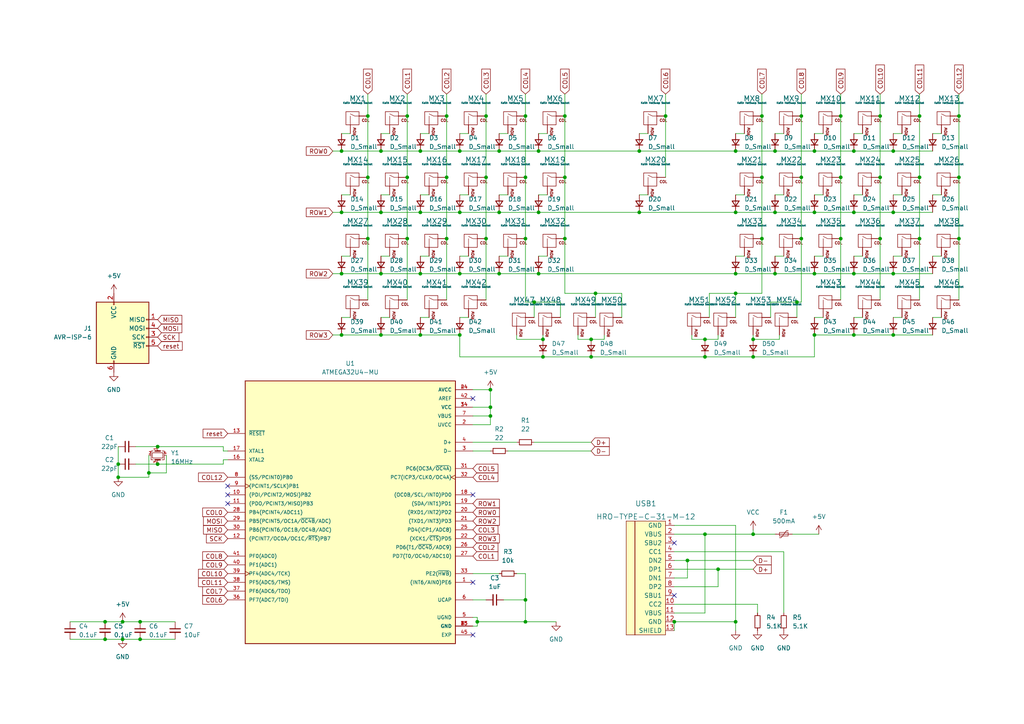
<source format=kicad_sch>
(kicad_sch (version 20211123) (generator eeschema)
  (paper "A4")
  (lib_symbols
    (symbol "ATMEGA32U4-MU:ATMEGA32U4-MU" (pin_names (offset 1.016))
      (property "Reference" "U" (at -30.48 38.608 0))
      (property "Value" "ATMEGA32U4-MU" (at -30.48 -40.64 0))
      (symbol "ATMEGA32U4-MU_0_0"
        (pin bidirectional line (at 35.56 -20.32 180) (length 5.08) (name "(INT6/AIN0)PE6") (number "1"))
        (pin bidirectional line (at -35.56 5.08 0) (length 5.08) (name "(PDI/PCINT2/MOSI)PB2") (number "10"))
        (pin bidirectional line (at -35.56 2.54 0) (length 5.08) (name "(PDO/PCINT3/MISO)PB3") (number "11"))
        (pin bidirectional line (at -35.56 -7.62 0) (length 5.08) (name "(PCINT7/OC0A/OC1C/~{RTS})PB7") (number "12"))
        (pin input line (at -35.56 22.86 0) (length 5.08) (name "~{RESET}") (number "13"))
        (pin power_in line (at 35.56 30.48 180) (length 5.08) (name "VCC") (number "14"))
        (pin power_in line (at 35.56 -33.02 180) (length 5.08) (name "GND") (number "15"))
        (pin output line (at -35.56 15.24 0) (length 5.08) (name "XTAL2") (number "16"))
        (pin input line (at -35.56 17.78 0) (length 5.08) (name "XTAL1") (number "17"))
        (pin bidirectional line (at 35.56 5.08 180) (length 5.08) (name "(OC0B/SCL/INT0)PD0") (number "18"))
        (pin bidirectional line (at 35.56 2.54 180) (length 5.08) (name "(SDA/INT1)PD1") (number "19"))
        (pin power_in line (at 35.56 25.4 180) (length 5.08) (name "UVCC") (number "2"))
        (pin bidirectional line (at 35.56 0 180) (length 5.08) (name "(RXD1/INT2)PD2") (number "20"))
        (pin bidirectional line (at 35.56 -2.54 180) (length 5.08) (name "(TXD1/INT3)PD3") (number "21"))
        (pin bidirectional line (at 35.56 -7.62 180) (length 5.08) (name "(XCK1/~{CTS})PD5") (number "22"))
        (pin power_in line (at 35.56 -33.02 180) (length 5.08) (name "GND") (number "23"))
        (pin power_in line (at 35.56 35.56 180) (length 5.08) (name "AVCC") (number "24"))
        (pin bidirectional line (at 35.56 -5.08 180) (length 5.08) (name "PD4(ICP1/ADC8)") (number "25"))
        (pin bidirectional line (at 35.56 -10.16 180) (length 5.08) (name "PD6(T1/~{OC4D}/ADC9)") (number "26"))
        (pin bidirectional line (at 35.56 -12.7 180) (length 5.08) (name "PD7(T0/OC4D/ADC10)") (number "27"))
        (pin bidirectional line (at -35.56 0 0) (length 5.08) (name "PB4(PCINT4/ADC11)") (number "28"))
        (pin bidirectional line (at -35.56 -2.54 0) (length 5.08) (name "PB5(PCINT5/OC1A/~{OC4B}/ADC)") (number "29"))
        (pin bidirectional line (at 35.56 17.78 180) (length 5.08) (name "D-") (number "3"))
        (pin bidirectional line (at -35.56 -5.08 0) (length 5.08) (name "PB6(PCINT6/OC1B/OC4B/ADC)") (number "30"))
        (pin bidirectional line (at 35.56 12.7 180) (length 5.08) (name "PC6(OC3A/~{OC4A})") (number "31"))
        (pin bidirectional clock (at 35.56 10.16 180) (length 5.08) (name "PC7(ICP3/CLK0/OC4A)") (number "32"))
        (pin bidirectional line (at 35.56 -17.78 180) (length 5.08) (name "PE2(~{HWB})") (number "33"))
        (pin power_in line (at 35.56 30.48 180) (length 5.08) (name "VCC") (number "34"))
        (pin power_in line (at 35.56 -33.02 180) (length 5.08) (name "GND") (number "35"))
        (pin bidirectional line (at -35.56 -25.4 0) (length 5.08) (name "PF7(ADC7/TDI)") (number "36"))
        (pin bidirectional line (at -35.56 -22.86 0) (length 5.08) (name "PF6(ADC6/TDO)") (number "37"))
        (pin bidirectional line (at -35.56 -20.32 0) (length 5.08) (name "PF5(ADC5/TMS)") (number "38"))
        (pin bidirectional clock (at -35.56 -17.78 0) (length 5.08) (name "PF4(ADC4/TCK)") (number "39"))
        (pin bidirectional line (at 35.56 20.32 180) (length 5.08) (name "D+") (number "4"))
        (pin bidirectional line (at -35.56 -15.24 0) (length 5.08) (name "PF1(ADC1)") (number "40"))
        (pin bidirectional line (at -35.56 -12.7 0) (length 5.08) (name "PF0(ADC0)") (number "41"))
        (pin power_in line (at 35.56 33.02 180) (length 5.08) (name "AREF") (number "42"))
        (pin power_in line (at 35.56 -33.02 180) (length 5.08) (name "GND") (number "43"))
        (pin power_in line (at 35.56 35.56 180) (length 5.08) (name "AVCC") (number "44"))
        (pin passive line (at 35.56 -35.56 180) (length 5.08) (name "EXP") (number "45"))
        (pin power_in line (at 35.56 -30.48 180) (length 5.08) (name "UGND") (number "5"))
        (pin passive line (at 35.56 -25.4 180) (length 5.08) (name "UCAP") (number "6"))
        (pin power_in line (at 35.56 27.94 180) (length 5.08) (name "VBUS") (number "7"))
        (pin bidirectional line (at -35.56 10.16 0) (length 5.08) (name "(SS/PCINT0)PB0") (number "8"))
        (pin bidirectional clock (at -35.56 7.62 0) (length 5.08) (name "(PCINT1/SCLK)PB1") (number "9"))
      )
    )
    (symbol "Connector:AVR-ISP-6" (pin_names (offset 1.016))
      (property "Reference" "J" (at -6.35 11.43 0))
      (property "Value" "AVR-ISP-6" (at 0 11.43 0))
      (symbol "AVR-ISP-6_1_1"
        (pin passive line (at 10.16 5.08 180) (length 2.54) (name "MISO") (number "1"))
        (pin passive line (at -2.54 12.7 270) (length 2.54) (name "VCC") (number "2"))
        (pin passive line (at 10.16 0 180) (length 2.54) (name "SCK") (number "3"))
        (pin passive line (at 10.16 2.54 180) (length 2.54) (name "MOSI") (number "4"))
        (pin passive line (at 10.16 -2.54 180) (length 2.54) (name "~{RST}") (number "5"))
        (pin passive line (at -2.54 -10.16 90) (length 2.54) (name "GND") (number "6"))
      )
    )
    (symbol "Device:C_Small" (pin_numbers hide) (pin_names (offset 0.254) hide)
      (property "Reference" "C" (at 0.254 1.778 0))
      (property "Value" "C_Small" (at 0.254 -2.032 0))
      (symbol "C_Small_1_1"
        (pin passive line (at 0 2.54 270) (length 2.032) (name "~") (number "1"))
        (pin passive line (at 0 -2.54 90) (length 2.032) (name "~") (number "2"))
      )
    )
    (symbol "Device:Crystal_GND24_Small" (pin_names (offset 1.016) hide)
      (property "Reference" "Y" (at 1.27 4.445 0))
      (property "Value" "Crystal_GND24_Small" (at 1.27 2.54 0))
      (symbol "Crystal_GND24_Small_1_1"
        (pin passive line (at -2.54 0 0) (length 1.27) (name "1") (number "1"))
        (pin passive line (at 0 -2.54 90) (length 0.635) (name "2") (number "2"))
        (pin passive line (at 2.54 0 180) (length 1.27) (name "3") (number "3"))
        (pin passive line (at 0 2.54 270) (length 0.635) (name "4") (number "4"))
      )
    )
    (symbol "Device:D_Small" (pin_numbers hide) (pin_names (offset 0.254) hide)
      (property "Reference" "D" (at -1.27 2.032 0))
      (property "Value" "D_Small" (at -3.81 -2.032 0))
      (symbol "D_Small_1_1"
        (pin passive line (at -2.54 0 0) (length 1.778) (name "K") (number "1"))
        (pin passive line (at 2.54 0 180) (length 1.778) (name "A") (number "2"))
      )
    )
    (symbol "Device:Polyfuse_Small" (pin_numbers hide) (pin_names (offset 0))
      (property "Reference" "F" (at -1.905 0 90))
      (property "Value" "Polyfuse_Small" (at 1.905 0 90))
      (symbol "Polyfuse_Small_1_1"
        (pin passive line (at 0 2.54 270) (length 0.635) (name "~") (number "1"))
        (pin passive line (at 0 -2.54 90) (length 0.635) (name "~") (number "2"))
      )
    )
    (symbol "Device:R_Small" (pin_numbers hide) (pin_names (offset 0.254) hide)
      (property "Reference" "R" (at 0.762 0.508 0))
      (property "Value" "R_Small" (at 0.762 -1.016 0))
      (symbol "R_Small_1_1"
        (pin passive line (at 0 2.54 270) (length 0.762) (name "~") (number "1"))
        (pin passive line (at 0 -2.54 90) (length 0.762) (name "~") (number "2"))
      )
    )
    (symbol "MX_Alps_Hybrid:MX-NoLED" (pin_names (offset 1.016))
      (property "Reference" "MX" (at -0.635 3.81 0))
      (property "Value" "MX-NoLED" (at -0.635 1.27 0))
      (symbol "MX-NoLED_0_0"
        (text "COL" (at 3.175 0 0) (effects (font (size 0.762 0.762))))
        (text "ROW" (at 0 -1.905 900) (effects (font (size 0.762 0.762)) (justify right)))
      )
      (symbol "MX-NoLED_1_1"
        (pin passive line (at 3.81 1.27 180) (length 2.54) (name "COL") (number "1"))
        (pin passive line (at -1.27 -3.81 90) (length 2.54) (name "ROW") (number "2"))
      )
    )
    (symbol "Type-C:HRO-TYPE-C-31-M-12" (pin_names (offset 1.016))
      (property "Reference" "USB" (at -5.08 16.51 0))
      (property "Value" "HRO-TYPE-C-31-M-12" (at -10.16 -1.27 90))
      (symbol "HRO-TYPE-C-31-M-12_1_1"
        (pin input line (at 2.54 13.97 180) (length 2.54) (name "GND") (number "1"))
        (pin input line (at 2.54 -8.89 180) (length 2.54) (name "CC2") (number "10"))
        (pin input line (at 2.54 -11.43 180) (length 2.54) (name "VBUS") (number "11"))
        (pin input line (at 2.54 -13.97 180) (length 2.54) (name "GND") (number "12"))
        (pin input line (at 2.54 -16.51 180) (length 2.54) (name "SHIELD") (number "13"))
        (pin input line (at 2.54 11.43 180) (length 2.54) (name "VBUS") (number "2"))
        (pin input line (at 2.54 8.89 180) (length 2.54) (name "SBU2") (number "3"))
        (pin input line (at 2.54 6.35 180) (length 2.54) (name "CC1") (number "4"))
        (pin input line (at 2.54 3.81 180) (length 2.54) (name "DN2") (number "5"))
        (pin input line (at 2.54 1.27 180) (length 2.54) (name "DP1") (number "6"))
        (pin input line (at 2.54 -1.27 180) (length 2.54) (name "DN1") (number "7"))
        (pin input line (at 2.54 -3.81 180) (length 2.54) (name "DP2") (number "8"))
        (pin input line (at 2.54 -6.35 180) (length 2.54) (name "SBU1") (number "9"))
      )
    )
    (symbol "power:+5V" (power) (pin_names (offset 0))
      (property "Value" "+5V" (at 0 3.556 0))
      (symbol "+5V_1_1"
        (pin power_in line (at 0 0 90) (length 0) hide (name "+5V") (number "1"))
      )
    )
    (symbol "power:GND" (power) (pin_names (offset 0))
      (property "Value" "GND" (at 0 -3.81 0))
      (symbol "GND_1_1"
        (pin power_in line (at 0 0 270) (length 0) hide (name "GND") (number "1"))
      )
    )
    (symbol "power:VCC" (power) (pin_names (offset 0))
      (property "Value" "VCC" (at 0 3.81 0))
      (symbol "VCC_1_1"
        (pin power_in line (at 0 0 90) (length 0) hide (name "VCC") (number "1"))
      )
    )
  )
  (junction (at 144.78 43.815))
  (junction (at 266.7 69.215))
  (junction (at 204.47 103.505))
  (junction (at 45.72 129.54))
  (junction (at 224.79 43.815))
  (junction (at 156.21 61.595))
  (junction (at 144.78 61.595))
  (junction (at 157.48 103.505))
  (junction (at 110.49 61.595))
  (junction (at 220.98 33.655))
  (junction (at 204.47 154.94))
  (junction (at 133.35 61.595))
  (junction (at 40.64 185.42))
  (junction (at 163.83 69.215))
  (junction (at 152.4 173.99))
  (junction (at 185.42 61.595))
  (junction (at 106.68 51.435))
  (junction (at 247.65 43.815))
  (junction (at 278.13 33.655))
  (junction (at 157.48 98.425))
  (junction (at 129.54 33.655))
  (junction (at 213.36 180.34))
  (junction (at 99.06 97.155))
  (junction (at 204.47 98.425))
  (junction (at 266.7 51.435))
  (junction (at 243.84 51.435))
  (junction (at 140.97 51.435))
  (junction (at 35.56 185.42))
  (junction (at 243.84 33.655))
  (junction (at 121.92 43.815))
  (junction (at 163.83 51.435))
  (junction (at 255.27 33.655))
  (junction (at 224.79 79.375))
  (junction (at 99.06 79.375))
  (junction (at 266.7 33.655))
  (junction (at 232.41 51.435))
  (junction (at 106.68 69.215))
  (junction (at 99.06 61.595))
  (junction (at 30.48 185.42))
  (junction (at 133.35 79.375))
  (junction (at 255.27 69.215))
  (junction (at 259.08 61.595))
  (junction (at 140.97 33.655))
  (junction (at 255.27 51.435))
  (junction (at 121.92 79.375))
  (junction (at 121.92 97.155))
  (junction (at 236.22 43.815))
  (junction (at 152.4 33.655))
  (junction (at 45.72 134.62))
  (junction (at 140.97 69.215))
  (junction (at 208.28 165.1))
  (junction (at 142.24 113.03))
  (junction (at 35.56 180.34))
  (junction (at 110.49 97.155))
  (junction (at 171.45 103.505))
  (junction (at 133.35 43.815))
  (junction (at 218.44 98.425))
  (junction (at 121.92 61.595))
  (junction (at 152.4 51.435))
  (junction (at 129.54 69.215))
  (junction (at 195.58 180.34))
  (junction (at 99.06 43.815))
  (junction (at 243.84 69.215))
  (junction (at 247.65 97.155))
  (junction (at 40.64 180.34))
  (junction (at 154.94 87.63))
  (junction (at 213.36 61.595))
  (junction (at 278.13 51.435))
  (junction (at 172.72 85.09))
  (junction (at 152.4 180.34))
  (junction (at 30.48 180.34))
  (junction (at 224.79 61.595))
  (junction (at 232.41 69.215))
  (junction (at 236.22 79.375))
  (junction (at 138.43 180.34))
  (junction (at 171.45 98.425))
  (junction (at 106.68 33.655))
  (junction (at 34.29 134.62))
  (junction (at 156.21 43.815))
  (junction (at 231.14 87.63))
  (junction (at 259.08 97.155))
  (junction (at 118.11 51.435))
  (junction (at 232.41 33.655))
  (junction (at 43.18 137.16))
  (junction (at 259.08 79.375))
  (junction (at 152.4 69.215))
  (junction (at 163.83 33.655))
  (junction (at 110.49 43.815))
  (junction (at 118.11 33.655))
  (junction (at 142.24 120.65))
  (junction (at 213.36 85.09))
  (junction (at 129.54 51.435))
  (junction (at 220.98 51.435))
  (junction (at 236.22 61.595))
  (junction (at 142.24 118.11))
  (junction (at 247.65 61.595))
  (junction (at 236.22 97.155))
  (junction (at 144.78 79.375))
  (junction (at 133.35 97.155))
  (junction (at 247.65 79.375))
  (junction (at 34.29 138.43))
  (junction (at 199.39 162.56))
  (junction (at 259.08 43.815))
  (junction (at 218.44 154.94))
  (junction (at 218.44 103.505))
  (junction (at 156.21 79.375))
  (junction (at 110.49 79.375))
  (junction (at 185.42 43.815))
  (junction (at 118.11 69.215))
  (junction (at 220.98 69.215))
  (junction (at 278.13 69.215))
  (junction (at 213.36 79.375))
  (junction (at 193.04 33.655))
  (junction (at 213.36 43.815))
  (no_connect (at 195.58 157.48))
  (no_connect (at 195.58 172.72))
  (no_connect (at 66.04 146.05))
  (no_connect (at 137.16 115.57))
  (no_connect (at 137.16 184.15))
  (no_connect (at 66.04 140.97))
  (no_connect (at 66.04 143.51))
  (no_connect (at 137.16 168.91))
  (no_connect (at 137.16 143.51))
  (wire (pts (xy 133.35 38.735) (xy 135.89 38.735)))
  (wire (pts (xy 199.39 167.64) (xy 199.39 162.56)))
  (wire (pts (xy 152.4 87.63) (xy 154.94 87.63)))
  (wire (pts (xy 45.72 129.54) (xy 64.77 129.54)))
  (wire (pts (xy 133.35 97.155) (xy 133.35 103.505)))
  (wire (pts (xy 224.79 56.515) (xy 227.33 56.515)))
  (wire (pts (xy 199.39 162.56) (xy 195.58 162.56)))
  (wire (pts (xy 195.58 180.34) (xy 213.36 180.34)))
  (wire (pts (xy 106.68 27.305) (xy 106.68 33.655)))
  (wire (pts (xy 236.22 56.515) (xy 238.76 56.515)))
  (wire (pts (xy 118.11 27.305) (xy 118.11 33.655)))
  (wire (pts (xy 144.78 56.515) (xy 147.32 56.515)))
  (wire (pts (xy 129.54 33.655) (xy 129.54 51.435)))
  (wire (pts (xy 39.37 134.62) (xy 45.72 134.62)))
  (wire (pts (xy 129.54 51.435) (xy 129.54 69.215)))
  (wire (pts (xy 220.98 33.655) (xy 220.98 51.435)))
  (wire (pts (xy 200.66 98.425) (xy 204.47 98.425)))
  (wire (pts (xy 156.21 79.375) (xy 213.36 79.375)))
  (wire (pts (xy 142.24 123.19) (xy 142.24 120.65)))
  (wire (pts (xy 152.4 173.99) (xy 152.4 180.34)))
  (wire (pts (xy 34.29 129.54) (xy 34.29 134.62)))
  (wire (pts (xy 96.52 61.595) (xy 99.06 61.595)))
  (wire (pts (xy 213.36 85.09) (xy 220.98 85.09)))
  (wire (pts (xy 236.22 97.155) (xy 236.22 103.505)))
  (wire (pts (xy 195.58 167.64) (xy 199.39 167.64)))
  (wire (pts (xy 259.08 97.155) (xy 270.51 97.155)))
  (wire (pts (xy 110.49 74.295) (xy 113.03 74.295)))
  (wire (pts (xy 137.16 130.81) (xy 142.24 130.81)))
  (wire (pts (xy 171.45 98.425) (xy 175.26 98.425)))
  (wire (pts (xy 208.28 165.1) (xy 208.28 170.18)))
  (wire (pts (xy 156.21 74.295) (xy 158.75 74.295)))
  (wire (pts (xy 163.83 51.435) (xy 163.83 69.215)))
  (wire (pts (xy 195.58 180.34) (xy 195.58 182.88)))
  (wire (pts (xy 213.36 180.34) (xy 213.36 182.88)))
  (wire (pts (xy 99.06 56.515) (xy 101.6 56.515)))
  (wire (pts (xy 138.43 181.61) (xy 138.43 180.34)))
  (wire (pts (xy 195.58 175.26) (xy 219.71 175.26)))
  (wire (pts (xy 278.13 69.215) (xy 278.13 86.995)))
  (wire (pts (xy 152.4 27.305) (xy 152.4 33.655)))
  (wire (pts (xy 99.06 43.815) (xy 110.49 43.815)))
  (wire (pts (xy 167.64 97.155) (xy 167.64 98.425)))
  (wire (pts (xy 99.06 74.295) (xy 101.6 74.295)))
  (wire (pts (xy 144.78 61.595) (xy 156.21 61.595)))
  (wire (pts (xy 175.26 97.155) (xy 175.26 98.425)))
  (wire (pts (xy 99.06 61.595) (xy 110.49 61.595)))
  (wire (pts (xy 226.06 97.155) (xy 226.06 98.425)))
  (wire (pts (xy 156.21 38.735) (xy 158.75 38.735)))
  (wire (pts (xy 218.44 97.155) (xy 218.44 98.425)))
  (wire (pts (xy 152.4 69.215) (xy 152.4 87.63)))
  (wire (pts (xy 133.35 79.375) (xy 144.78 79.375)))
  (wire (pts (xy 110.49 38.735) (xy 113.03 38.735)))
  (wire (pts (xy 133.35 61.595) (xy 144.78 61.595)))
  (wire (pts (xy 259.08 61.595) (xy 270.51 61.595)))
  (wire (pts (xy 172.72 85.09) (xy 172.72 92.075)))
  (wire (pts (xy 99.06 79.375) (xy 110.49 79.375)))
  (wire (pts (xy 255.27 69.215) (xy 255.27 86.995)))
  (wire (pts (xy 213.36 85.09) (xy 213.36 92.075)))
  (wire (pts (xy 106.68 51.435) (xy 106.68 69.215)))
  (wire (pts (xy 243.84 33.655) (xy 243.84 51.435)))
  (wire (pts (xy 144.78 79.375) (xy 156.21 79.375)))
  (wire (pts (xy 156.21 61.595) (xy 185.42 61.595)))
  (wire (pts (xy 149.86 166.37) (xy 152.4 166.37)))
  (wire (pts (xy 259.08 38.735) (xy 261.62 38.735)))
  (wire (pts (xy 255.27 27.305) (xy 255.27 33.655)))
  (wire (pts (xy 243.84 27.305) (xy 243.84 33.655)))
  (wire (pts (xy 20.32 185.42) (xy 30.48 185.42)))
  (wire (pts (xy 195.58 165.1) (xy 208.28 165.1)))
  (wire (pts (xy 247.65 61.595) (xy 259.08 61.595)))
  (wire (pts (xy 129.54 27.305) (xy 129.54 33.655)))
  (wire (pts (xy 232.41 51.435) (xy 232.41 69.215)))
  (wire (pts (xy 185.42 61.595) (xy 213.36 61.595)))
  (wire (pts (xy 121.92 43.815) (xy 133.35 43.815)))
  (wire (pts (xy 35.56 180.34) (xy 40.64 180.34)))
  (wire (pts (xy 35.56 185.42) (xy 40.64 185.42)))
  (wire (pts (xy 30.48 185.42) (xy 35.56 185.42)))
  (wire (pts (xy 278.13 33.655) (xy 278.13 51.435)))
  (wire (pts (xy 110.49 61.595) (xy 121.92 61.595)))
  (wire (pts (xy 193.04 33.655) (xy 193.04 51.435)))
  (wire (pts (xy 218.44 154.94) (xy 224.79 154.94)))
  (wire (pts (xy 156.21 43.815) (xy 185.42 43.815)))
  (wire (pts (xy 218.44 103.505) (xy 236.22 103.505)))
  (wire (pts (xy 247.65 92.075) (xy 250.19 92.075)))
  (wire (pts (xy 121.92 92.075) (xy 124.46 92.075)))
  (wire (pts (xy 133.35 43.815) (xy 144.78 43.815)))
  (wire (pts (xy 247.65 97.155) (xy 259.08 97.155)))
  (wire (pts (xy 110.49 56.515) (xy 113.03 56.515)))
  (wire (pts (xy 162.56 87.63) (xy 162.56 92.075)))
  (wire (pts (xy 204.47 177.8) (xy 204.47 154.94)))
  (wire (pts (xy 243.84 69.215) (xy 243.84 86.995)))
  (wire (pts (xy 208.28 97.155) (xy 208.28 98.425)))
  (wire (pts (xy 133.35 56.515) (xy 135.89 56.515)))
  (wire (pts (xy 64.77 133.35) (xy 64.77 134.62)))
  (wire (pts (xy 154.94 128.27) (xy 171.45 128.27)))
  (wire (pts (xy 220.98 27.305) (xy 220.98 33.655)))
  (wire (pts (xy 204.47 98.425) (xy 208.28 98.425)))
  (wire (pts (xy 110.49 97.155) (xy 121.92 97.155)))
  (wire (pts (xy 30.48 180.34) (xy 35.56 180.34)))
  (wire (pts (xy 195.58 170.18) (xy 208.28 170.18)))
  (wire (pts (xy 154.94 87.63) (xy 154.94 92.075)))
  (wire (pts (xy 259.08 92.075) (xy 261.62 92.075)))
  (wire (pts (xy 205.74 85.09) (xy 213.36 85.09)))
  (wire (pts (xy 48.26 137.16) (xy 43.18 137.16)))
  (wire (pts (xy 236.22 97.155) (xy 247.65 97.155)))
  (wire (pts (xy 199.39 162.56) (xy 218.44 162.56)))
  (wire (pts (xy 232.41 33.655) (xy 232.41 51.435)))
  (wire (pts (xy 236.22 38.735) (xy 238.76 38.735)))
  (wire (pts (xy 64.77 130.81) (xy 64.77 129.54)))
  (wire (pts (xy 48.26 132.08) (xy 48.26 137.16)))
  (wire (pts (xy 144.78 43.815) (xy 156.21 43.815)))
  (wire (pts (xy 185.42 56.515) (xy 187.96 56.515)))
  (wire (pts (xy 208.28 165.1) (xy 218.44 165.1)))
  (wire (pts (xy 152.4 180.34) (xy 161.29 180.34)))
  (wire (pts (xy 224.79 61.595) (xy 236.22 61.595)))
  (wire (pts (xy 172.72 85.09) (xy 180.34 85.09)))
  (wire (pts (xy 99.06 92.075) (xy 101.6 92.075)))
  (wire (pts (xy 96.52 97.155) (xy 99.06 97.155)))
  (wire (pts (xy 247.65 38.735) (xy 250.19 38.735)))
  (wire (pts (xy 259.08 43.815) (xy 270.51 43.815)))
  (wire (pts (xy 220.98 69.215) (xy 220.98 85.09)))
  (wire (pts (xy 154.94 87.63) (xy 162.56 87.63)))
  (wire (pts (xy 224.79 74.295) (xy 227.33 74.295)))
  (wire (pts (xy 224.79 43.815) (xy 236.22 43.815)))
  (wire (pts (xy 255.27 51.435) (xy 255.27 69.215)))
  (wire (pts (xy 213.36 74.295) (xy 215.9 74.295)))
  (wire (pts (xy 142.24 118.11) (xy 142.24 120.65)))
  (wire (pts (xy 195.58 152.4) (xy 213.36 152.4)))
  (wire (pts (xy 106.68 69.215) (xy 106.68 86.995)))
  (wire (pts (xy 157.48 103.505) (xy 171.45 103.505)))
  (wire (pts (xy 270.51 38.735) (xy 273.05 38.735)))
  (wire (pts (xy 137.16 173.99) (xy 140.97 173.99)))
  (wire (pts (xy 106.68 33.655) (xy 106.68 51.435)))
  (wire (pts (xy 118.11 51.435) (xy 118.11 69.215)))
  (wire (pts (xy 140.97 51.435) (xy 140.97 69.215)))
  (wire (pts (xy 66.04 130.81) (xy 64.77 130.81)))
  (wire (pts (xy 236.22 79.375) (xy 247.65 79.375)))
  (wire (pts (xy 236.22 43.815) (xy 247.65 43.815)))
  (wire (pts (xy 171.45 103.505) (xy 204.47 103.505)))
  (wire (pts (xy 266.7 33.655) (xy 266.7 51.435)))
  (wire (pts (xy 66.04 133.35) (xy 64.77 133.35)))
  (wire (pts (xy 121.92 74.295) (xy 124.46 74.295)))
  (wire (pts (xy 195.58 154.94) (xy 204.47 154.94)))
  (wire (pts (xy 121.92 56.515) (xy 124.46 56.515)))
  (wire (pts (xy 152.4 51.435) (xy 152.4 69.215)))
  (wire (pts (xy 278.13 27.305) (xy 278.13 33.655)))
  (wire (pts (xy 34.29 138.43) (xy 43.18 138.43)))
  (wire (pts (xy 218.44 153.67) (xy 218.44 154.94)))
  (wire (pts (xy 140.97 33.655) (xy 140.97 51.435)))
  (wire (pts (xy 144.78 38.735) (xy 147.32 38.735)))
  (wire (pts (xy 213.36 61.595) (xy 224.79 61.595)))
  (wire (pts (xy 218.44 98.425) (xy 226.06 98.425)))
  (wire (pts (xy 137.16 166.37) (xy 144.78 166.37)))
  (wire (pts (xy 138.43 179.07) (xy 138.43 180.34)))
  (wire (pts (xy 138.43 180.34) (xy 152.4 180.34)))
  (wire (pts (xy 163.83 85.09) (xy 172.72 85.09)))
  (wire (pts (xy 195.58 177.8) (xy 204.47 177.8)))
  (wire (pts (xy 270.51 56.515) (xy 273.05 56.515)))
  (wire (pts (xy 43.18 137.16) (xy 43.18 138.43)))
  (wire (pts (xy 247.65 79.375) (xy 259.08 79.375)))
  (wire (pts (xy 185.42 38.735) (xy 187.96 38.735)))
  (wire (pts (xy 220.98 51.435) (xy 220.98 69.215)))
  (wire (pts (xy 137.16 128.27) (xy 149.86 128.27)))
  (wire (pts (xy 204.47 154.94) (xy 218.44 154.94)))
  (wire (pts (xy 232.41 69.215) (xy 232.41 87.63)))
  (wire (pts (xy 236.22 92.075) (xy 238.76 92.075)))
  (wire (pts (xy 229.87 154.94) (xy 237.49 154.94)))
  (wire (pts (xy 219.71 175.26) (xy 219.71 177.8)))
  (wire (pts (xy 43.18 132.08) (xy 43.18 137.16)))
  (wire (pts (xy 110.49 92.075) (xy 113.03 92.075)))
  (wire (pts (xy 231.14 87.63) (xy 232.41 87.63)))
  (wire (pts (xy 20.32 180.34) (xy 30.48 180.34)))
  (wire (pts (xy 137.16 181.61) (xy 138.43 181.61)))
  (wire (pts (xy 224.79 38.735) (xy 227.33 38.735)))
  (wire (pts (xy 152.4 166.37) (xy 152.4 173.99)))
  (wire (pts (xy 152.4 33.655) (xy 152.4 51.435)))
  (wire (pts (xy 110.49 79.375) (xy 121.92 79.375)))
  (wire (pts (xy 137.16 118.11) (xy 142.24 118.11)))
  (wire (pts (xy 266.7 69.215) (xy 266.7 86.995)))
  (wire (pts (xy 34.29 134.62) (xy 34.29 138.43)))
  (wire (pts (xy 243.84 51.435) (xy 243.84 69.215)))
  (wire (pts (xy 149.86 97.155) (xy 149.86 98.425)))
  (wire (pts (xy 121.92 97.155) (xy 133.35 97.155)))
  (wire (pts (xy 157.48 103.505) (xy 133.35 103.505)))
  (wire (pts (xy 232.41 27.305) (xy 232.41 33.655)))
  (wire (pts (xy 205.74 85.09) (xy 205.74 92.075)))
  (wire (pts (xy 99.06 38.735) (xy 101.6 38.735)))
  (wire (pts (xy 213.36 79.375) (xy 224.79 79.375)))
  (wire (pts (xy 195.58 160.02) (xy 227.33 160.02)))
  (wire (pts (xy 247.65 74.295) (xy 250.19 74.295)))
  (wire (pts (xy 121.92 79.375) (xy 133.35 79.375)))
  (wire (pts (xy 227.33 160.02) (xy 227.33 177.8)))
  (wire (pts (xy 167.64 98.425) (xy 171.45 98.425)))
  (wire (pts (xy 259.08 74.295) (xy 261.62 74.295)))
  (wire (pts (xy 180.34 85.09) (xy 180.34 92.075)))
  (wire (pts (xy 137.16 120.65) (xy 142.24 120.65)))
  (wire (pts (xy 204.47 103.505) (xy 218.44 103.505)))
  (wire (pts (xy 99.06 97.155) (xy 110.49 97.155)))
  (wire (pts (xy 163.83 27.305) (xy 163.83 33.655)))
  (wire (pts (xy 96.52 79.375) (xy 99.06 79.375)))
  (wire (pts (xy 255.27 33.655) (xy 255.27 51.435)))
  (wire (pts (xy 137.16 123.19) (xy 142.24 123.19)))
  (wire (pts (xy 40.64 180.34) (xy 50.8 180.34)))
  (wire (pts (xy 45.72 134.62) (xy 64.77 134.62)))
  (wire (pts (xy 118.11 69.215) (xy 118.11 86.995)))
  (wire (pts (xy 157.48 97.155) (xy 157.48 98.425)))
  (wire (pts (xy 223.52 87.63) (xy 231.14 87.63)))
  (wire (pts (xy 39.37 129.54) (xy 45.72 129.54)))
  (wire (pts (xy 137.16 179.07) (xy 138.43 179.07)))
  (wire (pts (xy 156.21 56.515) (xy 158.75 56.515)))
  (wire (pts (xy 223.52 87.63) (xy 223.52 92.075)))
  (wire (pts (xy 278.13 51.435) (xy 278.13 69.215)))
  (wire (pts (xy 236.22 61.595) (xy 247.65 61.595)))
  (wire (pts (xy 213.36 38.735) (xy 215.9 38.735)))
  (wire (pts (xy 118.11 33.655) (xy 118.11 51.435)))
  (wire (pts (xy 147.32 130.81) (xy 171.45 130.81)))
  (wire (pts (xy 133.35 74.295) (xy 135.89 74.295)))
  (wire (pts (xy 142.24 113.03) (xy 142.24 118.11)))
  (wire (pts (xy 213.36 152.4) (xy 213.36 180.34)))
  (wire (pts (xy 140.97 69.215) (xy 140.97 86.995)))
  (wire (pts (xy 266.7 27.305) (xy 266.7 33.655)))
  (wire (pts (xy 270.51 74.295) (xy 273.05 74.295)))
  (wire (pts (xy 213.36 43.815) (xy 224.79 43.815)))
  (wire (pts (xy 231.14 92.075) (xy 231.14 87.63)))
  (wire (pts (xy 140.97 27.305) (xy 140.97 33.655)))
  (wire (pts (xy 40.64 185.42) (xy 50.8 185.42)))
  (wire (pts (xy 247.65 43.815) (xy 259.08 43.815)))
  (wire (pts (xy 149.86 98.425) (xy 157.48 98.425)))
  (wire (pts (xy 144.78 74.295) (xy 147.32 74.295)))
  (wire (pts (xy 96.52 43.815) (xy 99.06 43.815)))
  (wire (pts (xy 137.16 113.03) (xy 142.24 113.03)))
  (wire (pts (xy 193.04 27.305) (xy 193.04 33.655)))
  (wire (pts (xy 121.92 38.735) (xy 124.46 38.735)))
  (wire (pts (xy 185.42 43.815) (xy 213.36 43.815)))
  (wire (pts (xy 110.49 43.815) (xy 121.92 43.815)))
  (wire (pts (xy 213.36 56.515) (xy 215.9 56.515)))
  (wire (pts (xy 247.65 56.515) (xy 250.19 56.515)))
  (wire (pts (xy 266.7 51.435) (xy 266.7 69.215)))
  (wire (pts (xy 163.83 69.215) (xy 163.83 85.09)))
  (wire (pts (xy 129.54 69.215) (xy 129.54 86.995)))
  (wire (pts (xy 133.35 92.075) (xy 135.89 92.075)))
  (wire (pts (xy 200.66 97.155) (xy 200.66 98.425)))
  (wire (pts (xy 224.79 79.375) (xy 236.22 79.375)))
  (wire (pts (xy 236.22 74.295) (xy 238.76 74.295)))
  (wire (pts (xy 259.08 56.515) (xy 261.62 56.515)))
  (wire (pts (xy 270.51 92.075) (xy 273.05 92.075)))
  (wire (pts (xy 121.92 61.595) (xy 133.35 61.595)))
  (wire (pts (xy 163.83 33.655) (xy 163.83 51.435)))
  (wire (pts (xy 259.08 79.375) (xy 270.51 79.375)))
  (wire (pts (xy 146.05 173.99) (xy 152.4 173.99)))
  (global_label "COL9" (shape input) (at 66.04 163.83 180) (property "Intersheet References" "${INTERSHEET_REFS}" (effects hide)))
  (global_label "COL8" (shape input) (at 66.04 161.29 180) (property "Intersheet References" "${INTERSHEET_REFS}" (effects hide)))
  (global_label "COL11" (shape input) (at 66.04 168.91 180) (property "Intersheet References" "${INTERSHEET_REFS}" (effects hide)))
  (global_label "D+" (shape input) (at 171.45 128.27 0) (property "Intersheet References" "${INTERSHEET_REFS}" (effects hide)))
  (global_label "COL5" (shape input) (at 163.83 27.305 90) (property "Intersheet References" "${INTERSHEET_REFS}" (effects hide)))
  (global_label "D+" (shape input) (at 218.44 165.1 0) (property "Intersheet References" "${INTERSHEET_REFS}" (effects hide)))
  (global_label "ROW2" (shape input) (at 96.52 79.375 180) (property "Intersheet References" "${INTERSHEET_REFS}" (effects hide)))
  (global_label "ROW0" (shape input) (at 96.52 43.815 180) (property "Intersheet References" "${INTERSHEET_REFS}" (effects hide)))
  (global_label "ROW1" (shape input) (at 96.52 61.595 180) (property "Intersheet References" "${INTERSHEET_REFS}" (effects hide)))
  (global_label "COL4" (shape input) (at 137.16 138.43 0) (property "Intersheet References" "${INTERSHEET_REFS}" (effects hide)))
  (global_label "COL6" (shape input) (at 66.04 173.99 180) (property "Intersheet References" "${INTERSHEET_REFS}" (effects hide)))
  (global_label "D-" (shape input) (at 218.44 162.56 0) (property "Intersheet References" "${INTERSHEET_REFS}" (effects hide)))
  (global_label "COL5" (shape input) (at 137.16 135.89 0) (property "Intersheet References" "${INTERSHEET_REFS}" (effects hide)))
  (global_label "MISO" (shape input) (at 66.04 153.67 180) (property "Intersheet References" "${INTERSHEET_REFS}" (effects hide)))
  (global_label "COL10" (shape input) (at 66.04 166.37 180) (property "Intersheet References" "${INTERSHEET_REFS}" (effects hide)))
  (global_label "COL2" (shape input) (at 137.16 158.75 0) (property "Intersheet References" "${INTERSHEET_REFS}" (effects hide)))
  (global_label "ROW3" (shape input) (at 96.52 97.155 180) (property "Intersheet References" "${INTERSHEET_REFS}" (effects hide)))
  (global_label "reset" (shape input) (at 45.72 100.33 0) (property "Intersheet References" "${INTERSHEET_REFS}" (effects hide)))
  (global_label "COL6" (shape input) (at 193.04 27.305 90) (property "Intersheet References" "${INTERSHEET_REFS}" (effects hide)))
  (global_label "COL1" (shape input) (at 137.16 161.29 0) (property "Intersheet References" "${INTERSHEET_REFS}" (effects hide)))
  (global_label "ROW0" (shape input) (at 137.16 148.59 0) (property "Intersheet References" "${INTERSHEET_REFS}" (effects hide)))
  (global_label "MOSI" (shape input) (at 45.72 95.25 0) (property "Intersheet References" "${INTERSHEET_REFS}" (effects hide)))
  (global_label "COL8" (shape input) (at 232.41 27.305 90) (property "Intersheet References" "${INTERSHEET_REFS}" (effects hide)))
  (global_label "COL4" (shape input) (at 152.4 27.305 90) (property "Intersheet References" "${INTERSHEET_REFS}" (effects hide)))
  (global_label "COL11" (shape input) (at 266.7 27.305 90) (property "Intersheet References" "${INTERSHEET_REFS}" (effects hide)))
  (global_label "COL7" (shape input) (at 220.98 27.305 90) (property "Intersheet References" "${INTERSHEET_REFS}" (effects hide)))
  (global_label "COL1" (shape input) (at 118.11 27.305 90) (property "Intersheet References" "${INTERSHEET_REFS}" (effects hide)))
  (global_label "ROW3" (shape input) (at 137.16 156.21 0) (property "Intersheet References" "${INTERSHEET_REFS}" (effects hide)))
  (global_label "D-" (shape input) (at 171.45 130.81 0) (property "Intersheet References" "${INTERSHEET_REFS}" (effects hide)))
  (global_label "COL3" (shape input) (at 140.97 27.305 90) (property "Intersheet References" "${INTERSHEET_REFS}" (effects hide)))
  (global_label "COL0" (shape input) (at 66.04 148.59 180) (property "Intersheet References" "${INTERSHEET_REFS}" (effects hide)))
  (global_label "SCK" (shape input) (at 66.04 156.21 180) (property "Intersheet References" "${INTERSHEET_REFS}" (effects hide)))
  (global_label "COL7" (shape input) (at 66.04 171.45 180) (property "Intersheet References" "${INTERSHEET_REFS}" (effects hide)))
  (global_label "COL0" (shape input) (at 106.68 27.305 90) (property "Intersheet References" "${INTERSHEET_REFS}" (effects hide)))
  (global_label "COL12" (shape input) (at 66.04 138.43 180) (property "Intersheet References" "${INTERSHEET_REFS}" (effects hide)))
  (global_label "COL3" (shape input) (at 137.16 153.67 0) (property "Intersheet References" "${INTERSHEET_REFS}" (effects hide)))
  (global_label "MOSI" (shape input) (at 66.04 151.13 180) (property "Intersheet References" "${INTERSHEET_REFS}" (effects hide)))
  (global_label "COL10" (shape input) (at 255.27 27.305 90) (property "Intersheet References" "${INTERSHEET_REFS}" (effects hide)))
  (global_label "ROW2" (shape input) (at 137.16 151.13 0) (property "Intersheet References" "${INTERSHEET_REFS}" (effects hide)))
  (global_label "COL9" (shape input) (at 243.84 27.305 90) (property "Intersheet References" "${INTERSHEET_REFS}" (effects hide)))
  (global_label "reset" (shape input) (at 66.04 125.73 180) (property "Intersheet References" "${INTERSHEET_REFS}" (effects hide)))
  (global_label "COL2" (shape input) (at 129.54 27.305 90) (property "Intersheet References" "${INTERSHEET_REFS}" (effects hide)))
  (global_label "ROW1" (shape input) (at 137.16 146.05 0) (property "Intersheet References" "${INTERSHEET_REFS}" (effects hide)))
  (global_label "SCK" (shape input) (at 45.72 97.79 0) (property "Intersheet References" "${INTERSHEET_REFS}" (effects hide)))
  (global_label "COL12" (shape input) (at 278.13 27.305 90) (property "Intersheet References" "${INTERSHEET_REFS}" (effects hide)))
  (global_label "MISO" (shape input) (at 45.72 92.71 0) (property "Intersheet References" "${INTERSHEET_REFS}" (effects hide)))
  (symbol (lib_id "Device:D_Small") (at 224.79 59.055 90) (unit 1)
    (property "Reference" "D22" (at 227.33 57.7849 90) (effects (justify right)))
    (property "Value" "D_Small" (at 227.33 60.3249 90) (effects (justify right)))
    (property "Footprint" "Diode_SMD:D_SOD-123" (effects hide))
    (property "LCSC Part" "C77978" (effects hide))
  )
  (symbol (lib_id "MX_Alps_Hybrid:MX-NoLED") (at 160.02 52.705 0) (unit 1)
    (property "Reference" "MX19" (at 160.9056 46.355 0) (effects (font (size 1.524 1.524))))
    (property "Value" "Kailh HotSwap Socket" (at 160.9056 47.625 0) (effects (font (size 0.508 0.508))))
    (property "Footprint" "marbastlib-mx:SW_MX_HS_1u" (effects hide))
    (property "JLCPCB Part" "C5156480" (effects hide))
    (property "LCSC Part" "C2803348" (effects hide))
    (property "JLCPCB BOM" "False" (effects hide))
  )
  (symbol (lib_id "power:+5V") (at 142.24 113.03 0) (unit 1)
    (property "Reference" "#PWR03" (effects hide))
    (property "Value" "+5V" (at 142.24 107.95 0))
  )
  (symbol (lib_id "Device:D_Small") (at 110.49 59.055 90) (unit 1)
    (property "Reference" "D15" (at 113.03 57.7849 90) (effects (justify right)))
    (property "Value" "D_Small" (at 113.03 60.3249 90) (effects (justify right)))
    (property "Footprint" "Diode_SMD:D_SOD-123" (effects hide))
    (property "LCSC Part" "C77978" (effects hide))
  )
  (symbol (lib_id "MX_Alps_Hybrid:MX-NoLED") (at 217.17 34.925 0) (unit 1)
    (property "Reference" "MX8" (at 218.0556 28.575 0) (effects (font (size 1.524 1.524))))
    (property "Value" "Kailh HotSwap Socket" (at 218.0556 29.845 0) (effects (font (size 0.508 0.508))))
    (property "Footprint" "marbastlib-mx:SW_MX_HS_1u" (effects hide))
    (property "JLCPCB Part" "C5156480" (effects hide))
    (property "LCSC Part" "C2803348" (effects hide))
    (property "JLCPCB BOM" "False" (effects hide))
  )
  (symbol (lib_id "MX_Alps_Hybrid:MX-NoLED") (at 240.03 70.485 0) (unit 1)
    (property "Reference" "MX35" (at 240.9156 64.135 0) (effects (font (size 1.524 1.524))))
    (property "Value" "Kailh HotSwap Socket" (at 240.9156 65.405 0) (effects (font (size 0.508 0.508))))
    (property "Footprint" "marbastlib-mx:SW_MX_HS_1u" (effects hide))
    (property "JLCPCB Part" "C5156480" (effects hide))
    (property "LCSC Part" "C2803348" (effects hide))
    (property "JLCPCB BOM" "False" (effects hide))
  )
  (symbol (lib_id "MX_Alps_Hybrid:MX-NoLED") (at 274.32 88.265 0) (unit 1)
    (property "Reference" "MX46" (at 275.2056 81.915 0) (effects (font (size 1.524 1.524))))
    (property "Value" "Kailh HotSwap Socket" (at 275.2056 83.185 0) (effects (font (size 0.508 0.508))))
    (property "Footprint" "marbastlib-mx:SW_MX_HS_1.25u" (effects hide))
    (property "JLCPCB Part" "C5156480" (effects hide))
    (property "LCSC Part" "C2803348" (effects hide))
    (property "JLCPCB BOM" "False" (effects hide))
  )
  (symbol (lib_id "Device:Polyfuse_Small") (at 227.33 154.94 90) (unit 1)
    (property "Reference" "F1" (at 227.33 148.59 90))
    (property "Value" "500mA" (at 227.33 151.13 90))
    (property "Footprint" "FUSE_JK-nSMD050-24:JK-nSMD050-24_F1206_" (effects hide))
    (property "LCSC Part" "C369160" (effects hide))
  )
  (symbol (lib_id "MX_Alps_Hybrid:MX-NoLED") (at 125.73 52.705 0) (unit 1)
    (property "Reference" "MX16" (at 126.6156 46.355 0) (effects (font (size 1.524 1.524))))
    (property "Value" "Kailh HotSwap Socket" (at 126.6156 47.625 0) (effects (font (size 0.508 0.508))))
    (property "Footprint" "marbastlib-mx:SW_MX_HS_1u" (effects hide))
    (property "JLCPCB Part" "C5156480" (effects hide))
    (property "LCSC Part" "C2803348" (effects hide))
    (property "JLCPCB BOM" "False" (effects hide))
  )
  (symbol (lib_id "power:GND") (at 34.29 138.43 0) (unit 1)
    (property "Reference" "#PWR04" (effects hide))
    (property "Value" "GND" (at 34.29 143.51 0))
  )
  (symbol (lib_id "Device:D_Small") (at 133.35 76.835 90) (unit 1)
    (property "Reference" "D30" (at 135.89 75.5649 90) (effects (justify right)))
    (property "Value" "D_Small" (at 135.89 78.1049 90) (effects (justify right)))
    (property "Footprint" "Diode_SMD:D_SOD-123" (effects hide))
    (property "LCSC Part" "C77978" (effects hide))
  )
  (symbol (lib_id "Device:D_Small") (at 270.51 94.615 90) (unit 1)
    (property "Reference" "D46" (at 273.05 93.3449 90) (effects (justify right)))
    (property "Value" "D_Small" (at 273.05 95.8849 90) (effects (justify right)))
    (property "Footprint" "Diode_SMD:D_SOD-123" (effects hide))
    (property "LCSC Part" "C77978" (effects hide))
  )
  (symbol (lib_id "Device:D_Small") (at 247.65 59.055 90) (unit 1)
    (property "Reference" "D24" (at 250.19 57.7849 90) (effects (justify right)))
    (property "Value" "D_Small" (at 250.19 60.3249 90) (effects (justify right)))
    (property "Footprint" "Diode_SMD:D_SOD-123" (effects hide))
    (property "LCSC Part" "C77978" (effects hide))
  )
  (symbol (lib_id "Device:D_Small") (at 224.79 76.835 90) (unit 1)
    (property "Reference" "D34" (at 227.33 75.5649 90) (effects (justify right)))
    (property "Value" "D_Small" (at 227.33 78.1049 90) (effects (justify right)))
    (property "Footprint" "Diode_SMD:D_SOD-123" (effects hide))
    (property "LCSC Part" "C77978" (effects hide))
  )
  (symbol (lib_id "power:GND") (at 35.56 185.42 0) (unit 1)
    (property "Reference" "#PWR012" (effects hide))
    (property "Value" "GND" (at 35.56 190.5 0))
  )
  (symbol (lib_id "MX_Alps_Hybrid:MX-NoLED") (at 151.13 93.345 0) (unit 1)
    (property "Reference" "MX47" (at 152.0156 86.995 0) (effects (font (size 1.524 1.524))))
    (property "Value" "Kailh HotSwap Socket" (at 152.0156 88.265 0) (effects (font (size 0.508 0.508))))
    (property "Footprint" "marbastlib-mx:SW_MX_HS_1u" (effects hide))
    (property "JLCPCB Part" "C5156480" (effects hide))
    (property "LCSC Part" "C2803348" (effects hide))
    (property "JLCPCB BOM" "False" (effects hide))
  )
  (symbol (lib_id "Type-C:HRO-TYPE-C-31-M-12") (at 193.04 166.37 0) (unit 1)
    (property "Reference" "USB1" (at 187.325 146.05 0) (effects (font (size 1.524 1.524))))
    (property "Value" "HRO-TYPE-C-31-M-12" (at 187.325 149.86 0) (effects (font (size 1.524 1.524))))
    (property "Footprint" "Type-C:HRO-TYPE-C-31-M-12-Assembly" (effects hide))
    (property "LCSC Part" "C165948" (effects hide))
  )
  (symbol (lib_id "Device:D_Small") (at 110.49 76.835 90) (unit 1)
    (property "Reference" "D28" (at 113.03 75.5649 90) (effects (justify right)))
    (property "Value" "D_Small" (at 113.03 78.1049 90) (effects (justify right)))
    (property "Footprint" "Diode_SMD:D_SOD-123" (effects hide))
    (property "LCSC Part" "C77978" (effects hide))
  )
  (symbol (lib_id "Device:D_Small") (at 185.42 41.275 90) (unit 1)
    (property "Reference" "D7" (at 187.96 40.0049 90) (effects (justify right)))
    (property "Value" "D_Small" (at 187.96 42.5449 90) (effects (justify right)))
    (property "Footprint" "Diode_SMD:D_SOD-123" (effects hide))
    (property "LCSC Part" "C77978" (effects hide))
  )
  (symbol (lib_id "Device:D_Small") (at 121.92 76.835 90) (unit 1)
    (property "Reference" "D29" (at 124.46 75.5649 90) (effects (justify right)))
    (property "Value" "D_Small" (at 124.46 78.1049 90) (effects (justify right)))
    (property "Footprint" "Diode_SMD:D_SOD-123" (effects hide))
    (property "LCSC Part" "C77978" (effects hide))
  )
  (symbol (lib_id "Device:D_Small") (at 121.92 41.275 90) (unit 1)
    (property "Reference" "D3" (at 124.46 40.0049 90) (effects (justify right)))
    (property "Value" "D_Small" (at 124.46 42.5449 90) (effects (justify right)))
    (property "Footprint" "Diode_SMD:D_SOD-123" (effects hide))
    (property "LCSC Part" "C77978" (effects hide))
  )
  (symbol (lib_id "Device:D_Small") (at 133.35 94.615 90) (unit 1)
    (property "Reference" "D42" (at 135.89 93.3449 90) (effects (justify right)))
    (property "Value" "D_Small" (at 135.89 95.8849 90) (effects (justify right)))
    (property "Footprint" "Diode_SMD:D_SOD-123" (effects hide))
    (property "LCSC Part" "C77978" (effects hide))
  )
  (symbol (lib_id "Device:D_Small") (at 156.21 76.835 90) (unit 1)
    (property "Reference" "D32" (at 158.75 75.5649 90) (effects (justify right)))
    (property "Value" "D_Small" (at 158.75 78.1049 90) (effects (justify right)))
    (property "Footprint" "Diode_SMD:D_SOD-123" (effects hide))
    (property "LCSC Part" "C77978" (effects hide))
  )
  (symbol (lib_id "Device:R_Small") (at 144.78 130.81 90) (unit 1)
    (property "Reference" "R2" (at 144.78 124.46 90))
    (property "Value" "22" (at 144.78 127 90))
    (property "Footprint" "Resistor_SMD:R_0805_2012Metric" (effects hide))
    (property "LCSC Part" "C413152" (effects hide))
  )
  (symbol (lib_id "ATMEGA32U4-MU:ATMEGA32U4-MU") (at 101.6 148.59 0) (unit 1)
    (property "Reference" "U1" (at 101.6 105.41 0))
    (property "Value" "ATMEGA32U4-MU" (at 101.6 107.95 0))
    (property "Footprint" "ATMEGA32U4-MU:QFN50P700X700X100-45N" (effects hide))
    (property "PARTREV" "E" (effects hide))
    (property "MAXIMUM_PACKAGE_HEIGHT" "1mm" (effects hide))
    (property "MANUFACTURER" "Microchip Technology / Atmel" (effects hide))
    (property "STANDARD" "IPC-7351B" (effects hide))
    (property "LCSC Part" "C112161" (effects hide))
  )
  (symbol (lib_id "Device:C_Small") (at 36.83 129.54 90) (unit 1)
    (property "Reference" "C1" (at 31.75 127 90))
    (property "Value" "22pF" (at 31.75 129.54 90))
    (property "Footprint" "Capacitor_SMD:C_0805_2012Metric" (effects hide))
    (property "LCSC Part" "C472837" (effects hide))
  )
  (symbol (lib_id "Device:C_Small") (at 40.64 182.88 0) (unit 1)
    (property "Reference" "C6" (at 43.18 181.6162 0) (effects (justify left)))
    (property "Value" "0.1uF" (at 43.18 184.1562 0) (effects (justify left)))
    (property "Footprint" "Capacitor_SMD:C_0805_2012Metric" (effects hide))
    (property "LCSC Part" "C38141" (effects hide))
  )
  (symbol (lib_id "MX_Alps_Hybrid:MX-NoLED") (at 274.32 70.485 0) (unit 1)
    (property "Reference" "MX38" (at 275.2056 64.135 0) (effects (font (size 1.524 1.524))))
    (property "Value" "Kailh HotSwap Socket" (at 275.2056 65.405 0) (effects (font (size 0.508 0.508))))
    (property "Footprint" "marbastlib-mx:SW_MX_HS_1.75u" (effects hide))
    (property "JLCPCB Part" "C5156480" (effects hide))
    (property "LCSC Part" "C2803348" (effects hide))
    (property "JLCPCB BOM" "False" (effects hide))
  )
  (symbol (lib_id "MX_Alps_Hybrid:MX-NoLED") (at 251.46 88.265 0) (unit 1)
    (property "Reference" "MX44" (at 252.3456 81.915 0) (effects (font (size 1.524 1.524))))
    (property "Value" "Kailh HotSwap Socket" (at 252.3456 83.185 0) (effects (font (size 0.508 0.508))))
    (property "Footprint" "marbastlib-mx:SW_MX_HS_1.25u" (effects hide))
    (property "JLCPCB Part" "C5156480" (effects hide))
    (property "LCSC Part" "C2803348" (effects hide))
    (property "JLCPCB BOM" "False" (effects hide))
  )
  (symbol (lib_id "MX_Alps_Hybrid:MX-NoLED") (at 240.03 34.925 0) (unit 1)
    (property "Reference" "MX10" (at 240.9156 28.575 0) (effects (font (size 1.524 1.524))))
    (property "Value" "Kailh HotSwap Socket" (at 240.9156 29.845 0) (effects (font (size 0.508 0.508))))
    (property "Footprint" "marbastlib-mx:SW_MX_HS_1u" (effects hide))
    (property "JLCPCB Part" "C5156480" (effects hide))
    (property "LCSC Part" "C2803348" (effects hide))
    (property "JLCPCB BOM" "False" (effects hide))
  )
  (symbol (lib_id "Device:D_Small") (at 224.79 41.275 90) (unit 1)
    (property "Reference" "D9" (at 227.33 40.0049 90) (effects (justify right)))
    (property "Value" "D_Small" (at 227.33 42.5449 90) (effects (justify right)))
    (property "Footprint" "Diode_SMD:D_SOD-123" (effects hide))
    (property "LCSC Part" "C77978" (effects hide))
  )
  (symbol (lib_id "MX_Alps_Hybrid:MX-NoLED") (at 125.73 70.485 0) (unit 1)
    (property "Reference" "MX29" (at 126.6156 64.135 0) (effects (font (size 1.524 1.524))))
    (property "Value" "Kailh HotSwap Socket" (at 126.6156 65.405 0) (effects (font (size 0.508 0.508))))
    (property "Footprint" "marbastlib-mx:SW_MX_HS_1u" (effects hide))
    (property "JLCPCB Part" "C5156480" (effects hide))
    (property "LCSC Part" "C2803348" (effects hide))
    (property "JLCPCB BOM" "False" (effects hide))
  )
  (symbol (lib_id "MX_Alps_Hybrid:MX-NoLED") (at 251.46 34.925 0) (unit 1)
    (property "Reference" "MX11" (at 252.3456 28.575 0) (effects (font (size 1.524 1.524))))
    (property "Value" "Kailh HotSwap Socket" (at 252.3456 29.845 0) (effects (font (size 0.508 0.508))))
    (property "Footprint" "marbastlib-mx:SW_MX_HS_1u" (effects hide))
    (property "JLCPCB Part" "C5156480" (effects hide))
    (property "LCSC Part" "C2803348" (effects hide))
    (property "JLCPCB BOM" "False" (effects hide))
  )
  (symbol (lib_id "power:GND") (at 227.33 182.88 0) (unit 1)
    (property "Reference" "#PWR011" (effects hide))
    (property "Value" "GND" (at 227.33 187.96 0))
  )
  (symbol (lib_id "Device:C_Small") (at 30.48 182.88 0) (unit 1)
    (property "Reference" "C5" (at 33.02 181.6162 0) (effects (justify left)))
    (property "Value" "0.1uF" (at 33.02 184.1562 0) (effects (justify left)))
    (property "Footprint" "Capacitor_SMD:C_0805_2012Metric" (effects hide))
    (property "LCSC Part" "C38141" (effects hide))
  )
  (symbol (lib_id "MX_Alps_Hybrid:MX-NoLED") (at 114.3 88.265 0) (unit 1)
    (property "Reference" "MX40" (at 115.1856 81.915 0) (effects (font (size 1.524 1.524))))
    (property "Value" "Kailh HotSwap Socket" (at 115.1856 83.185 0) (effects (font (size 0.508 0.508))))
    (property "Footprint" "marbastlib-mx:SW_MX_HS_1u" (effects hide))
    (property "JLCPCB Part" "C5156480" (effects hide))
    (property "LCSC Part" "C2803348" (effects hide))
    (property "JLCPCB BOM" "False" (effects hide))
  )
  (symbol (lib_id "MX_Alps_Hybrid:MX-NoLED") (at 262.89 88.265 0) (unit 1)
    (property "Reference" "MX45" (at 263.7756 81.915 0) (effects (font (size 1.524 1.524))))
    (property "Value" "Kailh HotSwap Socket" (at 263.7756 83.185 0) (effects (font (size 0.508 0.508))))
    (property "Footprint" "marbastlib-mx:SW_MX_HS_1u" (effects hide))
    (property "JLCPCB Part" "C5156480" (effects hide))
    (property "LCSC Part" "C2803348" (effects hide))
    (property "JLCPCB BOM" "False" (effects hide))
  )
  (symbol (lib_id "Device:D_Small") (at 121.92 59.055 90) (unit 1)
    (property "Reference" "D16" (at 124.46 57.7849 90) (effects (justify right)))
    (property "Value" "D_Small" (at 124.46 60.3249 90) (effects (justify right)))
    (property "Footprint" "Diode_SMD:D_SOD-123" (effects hide))
    (property "LCSC Part" "C77978" (effects hide))
  )
  (symbol (lib_id "MX_Alps_Hybrid:MX-NoLED") (at 228.6 34.925 0) (unit 1)
    (property "Reference" "MX9" (at 229.4856 28.575 0) (effects (font (size 1.524 1.524))))
    (property "Value" "Kailh HotSwap Socket" (at 229.4856 29.845 0) (effects (font (size 0.508 0.508))))
    (property "Footprint" "marbastlib-mx:SW_MX_HS_1u" (effects hide))
    (property "JLCPCB Part" "C5156480" (effects hide))
    (property "LCSC Part" "C2803348" (effects hide))
    (property "JLCPCB BOM" "False" (effects hide))
  )
  (symbol (lib_id "MX_Alps_Hybrid:MX-NoLED") (at 227.33 93.345 0) (unit 1)
    (property "Reference" "MX54" (at 228.2156 86.995 0) (effects (font (size 1.524 1.524))))
    (property "Value" "Kailh HotSwap Socket" (at 228.2156 88.265 0) (effects (font (size 0.508 0.508))))
    (property "Footprint" "marbastlib-mx:SW_MX_HS_1u" (effects hide))
    (property "JLCPCB Part" "C5156480" (effects hide))
    (property "LCSC Part" "C2803348" (effects hide))
    (property "JLCPCB BOM" "False" (effects hide))
  )
  (symbol (lib_id "MX_Alps_Hybrid:MX-NoLED") (at 251.46 70.485 0) (unit 1)
    (property "Reference" "MX36" (at 252.3456 64.135 0) (effects (font (size 1.524 1.524))))
    (property "Value" "Kailh HotSwap Socket" (at 252.3456 65.405 0) (effects (font (size 0.508 0.508))))
    (property "Footprint" "marbastlib-mx:SW_MX_HS_1u" (effects hide))
    (property "JLCPCB Part" "C5156480" (effects hide))
    (property "LCSC Part" "C2803348" (effects hide))
    (property "JLCPCB BOM" "False" (effects hide))
  )
  (symbol (lib_id "Device:C_Small") (at 143.51 173.99 270) (unit 1)
    (property "Reference" "C3" (at 143.5036 167.64 90))
    (property "Value" "1uF" (at 143.5036 170.18 90))
    (property "Footprint" "Capacitor_SMD:C_0805_2012Metric" (effects hide))
    (property "LCSC Part" "C116352" (effects hide))
  )
  (symbol (lib_id "Device:D_Small") (at 99.06 41.275 90) (unit 1)
    (property "Reference" "D1" (at 101.6 40.0049 90) (effects (justify right)))
    (property "Value" "D_Small" (at 101.6 42.5449 90) (effects (justify right)))
    (property "Footprint" "Diode_SMD:D_SOD-123" (effects hide))
    (property "LCSC Part" "C77978" (effects hide))
  )
  (symbol (lib_id "MX_Alps_Hybrid:MX-NoLED") (at 102.87 88.265 0) (unit 1)
    (property "Reference" "MX39" (at 103.7556 81.915 0) (effects (font (size 1.524 1.524))))
    (property "Value" "Kailh HotSwap Socket" (at 103.7556 83.185 0) (effects (font (size 0.508 0.508))))
    (property "Footprint" "marbastlib-mx:SW_MX_HS_1.25u" (effects hide))
    (property "JLCPCB Part" "C5156480" (effects hide))
    (property "LCSC Part" "C2803348" (effects hide))
    (property "JLCPCB BOM" "False" (effects hide))
  )
  (symbol (lib_id "Device:D_Small") (at 259.08 76.835 90) (unit 1)
    (property "Reference" "D37" (at 261.62 75.5649 90) (effects (justify right)))
    (property "Value" "D_Small" (at 261.62 78.1049 90) (effects (justify right)))
    (property "Footprint" "Diode_SMD:D_SOD-123" (effects hide))
    (property "LCSC Part" "C77978" (effects hide))
  )
  (symbol (lib_id "power:+5V") (at 33.02 85.09 0) (unit 1)
    (property "Reference" "#PWR01" (effects hide))
    (property "Value" "+5V" (at 33.02 80.01 0))
  )
  (symbol (lib_id "Device:C_Small") (at 50.8 182.88 0) (unit 1)
    (property "Reference" "C7" (at 53.34 181.6162 0) (effects (justify left)))
    (property "Value" "10uF" (at 53.34 184.1562 0) (effects (justify left)))
    (property "Footprint" "Capacitor_SMD:C_0805_2012Metric" (effects hide))
    (property "LCSC Part" "C90545" (effects hide))
  )
  (symbol (lib_id "Device:D_Small") (at 270.51 41.275 90) (unit 1)
    (property "Reference" "D13" (at 273.05 40.0049 90) (effects (justify right)))
    (property "Value" "D_Small" (at 273.05 42.5449 90) (effects (justify right)))
    (property "Footprint" "Diode_SMD:D_SOD-123" (effects hide))
    (property "LCSC Part" "C77978" (effects hide))
  )
  (symbol (lib_id "MX_Alps_Hybrid:MX-NoLED") (at 262.89 70.485 0) (unit 1)
    (property "Reference" "MX37" (at 263.7756 64.135 0) (effects (font (size 1.524 1.524))))
    (property "Value" "Kailh HotSwap Socket" (at 263.7756 65.405 0) (effects (font (size 0.508 0.508))))
    (property "Footprint" "marbastlib-mx:SW_MX_HS_1u" (effects hide))
    (property "JLCPCB Part" "C5156480" (effects hide))
    (property "LCSC Part" "C2803348" (effects hide))
    (property "JLCPCB BOM" "False" (effects hide))
  )
  (symbol (lib_id "MX_Alps_Hybrid:MX-NoLED") (at 217.17 70.485 0) (unit 1)
    (property "Reference" "MX33" (at 218.0556 64.135 0) (effects (font (size 1.524 1.524))))
    (property "Value" "Kailh HotSwap Socket" (at 218.0556 65.405 0) (effects (font (size 0.508 0.508))))
    (property "Footprint" "marbastlib-mx:SW_MX_HS_1u" (effects hide))
    (property "JLCPCB Part" "C5156480" (effects hide))
    (property "LCSC Part" "C2803348" (effects hide))
    (property "JLCPCB BOM" "False" (effects hide))
  )
  (symbol (lib_id "Device:D_Small") (at 213.36 76.835 90) (unit 1)
    (property "Reference" "D33" (at 215.9 75.5649 90) (effects (justify right)))
    (property "Value" "D_Small" (at 215.9 78.1049 90) (effects (justify right)))
    (property "Footprint" "Diode_SMD:D_SOD-123" (effects hide))
    (property "LCSC Part" "C77978" (effects hide))
  )
  (symbol (lib_id "power:+5V") (at 35.56 180.34 0) (unit 1)
    (property "Reference" "#PWR07" (effects hide))
    (property "Value" "+5V" (at 35.56 175.26 0))
  )
  (symbol (lib_id "MX_Alps_Hybrid:MX-NoLED") (at 262.89 34.925 0) (unit 1)
    (property "Reference" "MX12" (at 263.7756 28.575 0) (effects (font (size 1.524 1.524))))
    (property "Value" "Kailh HotSwap Socket" (at 263.7756 29.845 0) (effects (font (size 0.508 0.508))))
    (property "Footprint" "marbastlib-mx:SW_MX_HS_1u" (effects hide))
    (property "JLCPCB Part" "C5156480" (effects hide))
    (property "LCSC Part" "C2803348" (effects hide))
    (property "JLCPCB BOM" "False" (effects hide))
  )
  (symbol (lib_id "Device:D_Small") (at 247.65 41.275 90) (unit 1)
    (property "Reference" "D11" (at 250.19 40.0049 90) (effects (justify right)))
    (property "Value" "D_Small" (at 250.19 42.5449 90) (effects (justify right)))
    (property "Footprint" "Diode_SMD:D_SOD-123" (effects hide))
    (property "LCSC Part" "C77978" (effects hide))
  )
  (symbol (lib_id "Device:D_Small") (at 144.78 59.055 90) (unit 1)
    (property "Reference" "D18" (at 147.32 57.7849 90) (effects (justify right)))
    (property "Value" "D_Small" (at 147.32 60.3249 90) (effects (justify right)))
    (property "Footprint" "Diode_SMD:D_SOD-123" (effects hide))
    (property "LCSC Part" "C77978" (effects hide))
  )
  (symbol (lib_id "Device:D_Small") (at 144.78 76.835 90) (unit 1)
    (property "Reference" "D31" (at 147.32 75.5649 90) (effects (justify right)))
    (property "Value" "D_Small" (at 147.32 78.1049 90) (effects (justify right)))
    (property "Footprint" "Diode_SMD:D_SOD-123" (effects hide))
    (property "LCSC Part" "C77978" (effects hide))
  )
  (symbol (lib_id "Device:Crystal_GND24_Small") (at 45.72 132.08 270) (unit 1)
    (property "Reference" "Y1" (at 49.53 132.08 90) (effects (justify left bottom)))
    (property "Value" "16MHz" (at 49.53 134.62 90) (effects (justify left bottom)))
    (property "Footprint" "Crystal:CRYSTAL-SMD_4P-L3.2-W2.5-BL" (effects hide))
    (property "LCSC Part" "C258942" (effects hide))
  )
  (symbol (lib_id "Device:D_Small") (at 259.08 41.275 90) (unit 1)
    (property "Reference" "D12" (at 261.62 40.0049 90) (effects (justify right)))
    (property "Value" "D_Small" (at 261.62 42.5449 90) (effects (justify right)))
    (property "Footprint" "Diode_SMD:D_SOD-123" (effects hide))
    (property "LCSC Part" "C77978" (effects hide))
  )
  (symbol (lib_id "Device:R_Small") (at 152.4 128.27 90) (unit 1)
    (property "Reference" "R1" (at 152.4 121.92 90))
    (property "Value" "22" (at 152.4 124.46 90))
    (property "Footprint" "Resistor_SMD:R_0805_2012Metric" (effects hide))
    (property "LCSC Part" "C413152" (effects hide))
  )
  (symbol (lib_id "Device:D_Small") (at 204.47 100.965 90) (unit 1)
    (property "Reference" "D49" (at 207.01 99.6949 90) (effects (justify right)))
    (property "Value" "D_Small" (at 207.01 102.2349 90) (effects (justify right)))
    (property "Footprint" "Diode_SMD:D_SOD-123" (effects hide))
    (property "LCSC Part" "C77978" (effects hide))
  )
  (symbol (lib_id "Device:D_Small") (at 156.21 41.275 90) (unit 1)
    (property "Reference" "D6" (at 158.75 40.0049 90) (effects (justify right)))
    (property "Value" "D_Small" (at 158.75 42.5449 90) (effects (justify right)))
    (property "Footprint" "Diode_SMD:D_SOD-123" (effects hide))
    (property "LCSC Part" "C77978" (effects hide))
  )
  (symbol (lib_id "MX_Alps_Hybrid:MX-NoLED") (at 251.46 52.705 0) (unit 1)
    (property "Reference" "MX24" (at 252.3456 46.355 0) (effects (font (size 1.524 1.524))))
    (property "Value" "Kailh HotSwap Socket" (at 252.3456 47.625 0) (effects (font (size 0.508 0.508))))
    (property "Footprint" "marbastlib-mx:SW_MX_HS_1u" (effects hide))
    (property "JLCPCB Part" "C5156480" (effects hide))
    (property "LCSC Part" "C2803348" (effects hide))
    (property "JLCPCB BOM" "False" (effects hide))
  )
  (symbol (lib_id "MX_Alps_Hybrid:MX-NoLED") (at 137.16 70.485 0) (unit 1)
    (property "Reference" "MX30" (at 138.0456 64.135 0) (effects (font (size 1.524 1.524))))
    (property "Value" "Kailh HotSwap Socket" (at 138.0456 65.405 0) (effects (font (size 0.508 0.508))))
    (property "Footprint" "marbastlib-mx:SW_MX_HS_1u" (effects hide))
    (property "JLCPCB Part" "C5156480" (effects hide))
    (property "LCSC Part" "C2803348" (effects hide))
    (property "JLCPCB BOM" "False" (effects hide))
  )
  (symbol (lib_id "MX_Alps_Hybrid:MX-NoLED") (at 114.3 52.705 0) (unit 1)
    (property "Reference" "MX15" (at 115.1856 46.355 0) (effects (font (size 1.524 1.524))))
    (property "Value" "Kailh HotSwap Socket" (at 115.1856 47.625 0) (effects (font (size 0.508 0.508))))
    (property "Footprint" "marbastlib-mx:SW_MX_HS_1u" (effects hide))
    (property "JLCPCB Part" "C5156480" (effects hide))
    (property "LCSC Part" "C2803348" (effects hide))
    (property "JLCPCB BOM" "False" (effects hide))
  )
  (symbol (lib_id "MX_Alps_Hybrid:MX-NoLED") (at 102.87 52.705 0) (unit 1)
    (property "Reference" "MX14" (at 103.7556 46.355 0) (effects (font (size 1.524 1.524))))
    (property "Value" "Kailh HotSwap Socket" (at 103.7556 47.625 0) (effects (font (size 0.508 0.508))))
    (property "Footprint" "marbastlib-mx:SW_MX_HS_1.5u" (effects hide))
    (property "JLCPCB Part" "C5156480" (effects hide))
    (property "LCSC Part" "C2803348" (effects hide))
    (property "JLCPCB BOM" "False" (effects hide))
  )
  (symbol (lib_id "Device:D_Small") (at 247.65 94.615 90) (unit 1)
    (property "Reference" "D44" (at 250.19 93.3449 90) (effects (justify right)))
    (property "Value" "D_Small" (at 250.19 95.8849 90) (effects (justify right)))
    (property "Footprint" "Diode_SMD:D_SOD-123" (effects hide))
    (property "LCSC Part" "C77978" (effects hide))
  )
  (symbol (lib_id "Device:D_Small") (at 133.35 41.275 90) (unit 1)
    (property "Reference" "D4" (at 135.89 40.0049 90) (effects (justify right)))
    (property "Value" "D_Small" (at 135.89 42.5449 90) (effects (justify right)))
    (property "Footprint" "Diode_SMD:D_SOD-123" (effects hide))
    (property "LCSC Part" "C77978" (effects hide))
  )
  (symbol (lib_id "power:GND") (at 161.29 180.34 0) (unit 1)
    (property "Reference" "#PWR08" (effects hide))
    (property "Value" "GND" (at 161.29 185.42 0))
  )
  (symbol (lib_id "Device:D_Small") (at 236.22 94.615 90) (unit 1)
    (property "Reference" "D43" (at 238.76 93.3449 90) (effects (justify right)))
    (property "Value" "D_Small" (at 238.76 95.8849 90) (effects (justify right)))
    (property "Footprint" "Diode_SMD:D_SOD-123" (effects hide))
    (property "LCSC Part" "C77978" (effects hide))
  )
  (symbol (lib_id "Device:D_Small") (at 259.08 59.055 90) (unit 1)
    (property "Reference" "D25" (at 261.62 57.7849 90) (effects (justify right)))
    (property "Value" "D_Small" (at 261.62 60.3249 90) (effects (justify right)))
    (property "Footprint" "Diode_SMD:D_SOD-123" (effects hide))
    (property "LCSC Part" "C77978" (effects hide))
  )
  (symbol (lib_id "MX_Alps_Hybrid:MX-NoLED") (at 262.89 52.705 0) (unit 1)
    (property "Reference" "MX25" (at 263.7756 46.355 0) (effects (font (size 1.524 1.524))))
    (property "Value" "Kailh HotSwap Socket" (at 263.7756 47.625 0) (effects (font (size 0.508 0.508))))
    (property "Footprint" "marbastlib-mx:SW_MX_HS_1u" (effects hide))
    (property "JLCPCB Part" "C5156480" (effects hide))
    (property "LCSC Part" "C2803348" (effects hide))
    (property "JLCPCB BOM" "False" (effects hide))
  )
  (symbol (lib_id "Device:D_Small") (at 121.92 94.615 90) (unit 1)
    (property "Reference" "D41" (at 124.46 93.3449 90) (effects (justify right)))
    (property "Value" "D_Small" (at 124.46 95.8849 90) (effects (justify right)))
    (property "Footprint" "Diode_SMD:D_SOD-123" (effects hide))
    (property "LCSC Part" "C77978" (effects hide))
  )
  (symbol (lib_id "Device:D_Small") (at 185.42 59.055 90) (unit 1)
    (property "Reference" "D20" (at 187.96 57.7849 90) (effects (justify right)))
    (property "Value" "D_Small" (at 187.96 60.3249 90) (effects (justify right)))
    (property "Footprint" "Diode_SMD:D_SOD-123" (effects hide))
    (property "LCSC Part" "C77978" (effects hide))
  )
  (symbol (lib_id "MX_Alps_Hybrid:MX-NoLED") (at 168.91 93.345 0) (unit 1)
    (property "Reference" "MX49" (at 169.7956 86.995 0) (effects (font (size 1.524 1.524))))
    (property "Value" "Kailh HotSwap Socket" (at 169.7956 88.265 0) (effects (font (size 0.508 0.508))))
    (property "Footprint" "marbastlib-mx:SW_MX_HS_1.25u" (effects hide))
    (property "JLCPCB Part" "C5156480" (effects hide))
    (property "LCSC Part" "C2803348" (effects hide))
    (property "JLCPCB BOM" "False" (effects hide))
  )
  (symbol (lib_id "Device:C_Small") (at 20.32 182.88 0) (unit 1)
    (property "Reference" "C4" (at 22.86 181.6162 0) (effects (justify left)))
    (property "Value" "0.1uF" (at 22.86 184.1562 0) (effects (justify left)))
    (property "Footprint" "Capacitor_SMD:C_0805_2012Metric" (effects hide))
    (property "LCSC Part" "C38141" (effects hide))
  )
  (symbol (lib_id "MX_Alps_Hybrid:MX-NoLED") (at 209.55 93.345 0) (unit 1)
    (property "Reference" "MX52" (at 210.4356 86.995 0) (effects (font (size 1.524 1.524))))
    (property "Value" "Kailh HotSwap Socket" (at 210.4356 88.265 0) (effects (font (size 0.508 0.508))))
    (property "Footprint" "marbastlib-mx:SW_MX_HS_1.25u" (effects hide))
    (property "JLCPCB Part" "C5156480" (effects hide))
    (property "LCSC Part" "C2803348" (effects hide))
    (property "JLCPCB BOM" "False" (effects hide))
  )
  (symbol (lib_id "MX_Alps_Hybrid:MX-NoLED") (at 102.87 70.485 0) (unit 1)
    (property "Reference" "MX27" (at 103.7556 64.135 0) (effects (font (size 1.524 1.524))))
    (property "Value" "Kailh HotSwap Socket" (at 103.7556 65.405 0) (effects (font (size 0.508 0.508))))
    (property "Footprint" "marbastlib-mx:SW_MX_HS_1.75u" (effects hide))
    (property "JLCPCB Part" "C5156480" (effects hide))
    (property "LCSC Part" "C2803348" (effects hide))
    (property "JLCPCB BOM" "False" (effects hide))
  )
  (symbol (lib_id "Device:D_Small") (at 213.36 41.275 90) (unit 1)
    (property "Reference" "D8" (at 215.9 40.0049 90) (effects (justify right)))
    (property "Value" "D_Small" (at 215.9 42.5449 90) (effects (justify right)))
    (property "Footprint" "Diode_SMD:D_SOD-123" (effects hide))
    (property "LCSC Part" "C77978" (effects hide))
  )
  (symbol (lib_id "Device:R_Small") (at 227.33 180.34 0) (unit 1)
    (property "Reference" "R5" (at 229.87 179.0699 0) (effects (justify left)))
    (property "Value" "5.1K" (at 229.87 181.6099 0) (effects (justify left)))
    (property "Footprint" "Resistor_SMD:R_0805_2012Metric" (effects hide))
    (property "LCSC Part" "C413290" (effects hide))
  )
  (symbol (lib_id "MX_Alps_Hybrid:MX-NoLED") (at 240.03 52.705 0) (unit 1)
    (property "Reference" "MX23" (at 240.9156 46.355 0) (effects (font (size 1.524 1.524))))
    (property "Value" "Kailh HotSwap Socket" (at 240.9156 47.625 0) (effects (font (size 0.508 0.508))))
    (property "Footprint" "marbastlib-mx:SW_MX_HS_1u" (effects hide))
    (property "JLCPCB Part" "C5156480" (effects hide))
    (property "LCSC Part" "C2803348" (effects hide))
    (property "JLCPCB BOM" "False" (effects hide))
  )
  (symbol (lib_id "Device:D_Small") (at 157.48 100.965 90) (unit 1)
    (property "Reference" "D47" (at 160.02 99.6949 90) (effects (justify right)))
    (property "Value" "D_Small" (at 160.02 102.2349 90) (effects (justify right)))
    (property "Footprint" "Diode_SMD:D_SOD-123" (effects hide))
    (property "LCSC Part" "C77978" (effects hide))
  )
  (symbol (lib_id "MX_Alps_Hybrid:MX-NoLED") (at 137.16 34.925 0) (unit 1)
    (property "Reference" "MX4" (at 138.0456 28.575 0) (effects (font (size 1.524 1.524))))
    (property "Value" "Kailh HotSwap Socket" (at 138.0456 29.845 0) (effects (font (size 0.508 0.508))))
    (property "Footprint" "marbastlib-mx:SW_MX_HS_1u" (effects hide))
    (property "JLCPCB Part" "C5156480" (effects hide))
    (property "LCSC Part" "C2803348" (effects hide))
    (property "JLCPCB BOM" "False" (effects hide))
  )
  (symbol (lib_id "MX_Alps_Hybrid:MX-NoLED") (at 148.59 34.925 0) (unit 1)
    (property "Reference" "MX5" (at 149.4756 28.575 0) (effects (font (size 1.524 1.524))))
    (property "Value" "Kailh HotSwap Socket" (at 149.4756 29.845 0) (effects (font (size 0.508 0.508))))
    (property "Footprint" "marbastlib-mx:SW_MX_HS_1u" (effects hide))
    (property "JLCPCB Part" "C5156480" (effects hide))
    (property "LCSC Part" "C2803348" (effects hide))
    (property "JLCPCB BOM" "False" (effects hide))
  )
  (symbol (lib_id "Device:D_Small") (at 110.49 94.615 90) (unit 1)
    (property "Reference" "D40" (at 113.03 93.3449 90) (effects (justify right)))
    (property "Value" "D_Small" (at 113.03 95.8849 90) (effects (justify right)))
    (property "Footprint" "Diode_SMD:D_SOD-123" (effects hide))
    (property "LCSC Part" "C77978" (effects hide))
  )
  (symbol (lib_id "Device:D_Small") (at 110.49 41.275 90) (unit 1)
    (property "Reference" "D2" (at 113.03 40.0049 90) (effects (justify right)))
    (property "Value" "D_Small" (at 113.03 42.5449 90) (effects (justify right)))
    (property "Footprint" "Diode_SMD:D_SOD-123" (effects hide))
    (property "LCSC Part" "C77978" (effects hide))
  )
  (symbol (lib_id "MX_Alps_Hybrid:MX-NoLED") (at 158.75 93.345 0) (unit 1)
    (property "Reference" "MX48" (at 159.6356 86.995 0) (effects (font (size 1.524 1.524))))
    (property "Value" "Kailh HotSwap Socket" (at 159.6356 88.265 0) (effects (font (size 0.508 0.508))))
    (property "Footprint" "marbastlib-mx:SW_MX_HS_1.25u" (effects hide))
    (property "JLCPCB Part" "C5156480" (effects hide))
    (property "LCSC Part" "C2803348" (effects hide))
    (property "JLCPCB BOM" "False" (effects hide))
  )
  (symbol (lib_id "power:VCC") (at 218.44 153.67 0) (unit 1)
    (property "Reference" "#PWR05" (effects hide))
    (property "Value" "VCC" (at 218.44 148.59 0))
  )
  (symbol (lib_id "MX_Alps_Hybrid:MX-NoLED") (at 148.59 52.705 0) (unit 1)
    (property "Reference" "MX18" (at 149.4756 46.355 0) (effects (font (size 1.524 1.524))))
    (property "Value" "Kailh HotSwap Socket" (at 149.4756 47.625 0) (effects (font (size 0.508 0.508))))
    (property "Footprint" "marbastlib-mx:SW_MX_HS_1u" (effects hide))
    (property "JLCPCB Part" "C5156480" (effects hide))
    (property "LCSC Part" "C2803348" (effects hide))
    (property "JLCPCB BOM" "False" (effects hide))
  )
  (symbol (lib_id "Device:D_Small") (at 133.35 59.055 90) (unit 1)
    (property "Reference" "D17" (at 135.89 57.7849 90) (effects (justify right)))
    (property "Value" "D_Small" (at 135.89 60.3249 90) (effects (justify right)))
    (property "Footprint" "Diode_SMD:D_SOD-123" (effects hide))
    (property "LCSC Part" "C77978" (effects hide))
  )
  (symbol (lib_id "Device:D_Small") (at 99.06 76.835 90) (unit 1)
    (property "Reference" "D27" (at 101.6 75.5649 90) (effects (justify right)))
    (property "Value" "D_Small" (at 101.6 78.1049 90) (effects (justify right)))
    (property "Footprint" "Diode_SMD:D_SOD-123" (effects hide))
    (property "LCSC Part" "C77978" (effects hide))
  )
  (symbol (lib_id "MX_Alps_Hybrid:MX-NoLED") (at 137.16 88.265 0) (unit 1)
    (property "Reference" "MX42" (at 138.0456 81.915 0) (effects (font (size 1.524 1.524))))
    (property "Value" "Kailh HotSwap Socket" (at 138.0456 83.185 0) (effects (font (size 0.508 0.508))))
    (property "Footprint" "marbastlib-mx:SW_MX_HS_1u" (effects hide))
    (property "JLCPCB Part" "C5156480" (effects hide))
    (property "LCSC Part" "C2803348" (effects hide))
    (property "JLCPCB BOM" "False" (effects hide))
  )
  (symbol (lib_id "MX_Alps_Hybrid:MX-NoLED") (at 240.03 88.265 0) (unit 1)
    (property "Reference" "MX43" (at 240.9156 81.915 0) (effects (font (size 1.524 1.524))))
    (property "Value" "Kailh HotSwap Socket" (at 240.9156 83.185 0) (effects (font (size 0.508 0.508))))
    (property "Footprint" "marbastlib-mx:SW_MX_HS_1u" (effects hide))
    (property "JLCPCB Part" "C5156480" (effects hide))
    (property "LCSC Part" "C2803348" (effects hide))
    (property "JLCPCB BOM" "False" (effects hide))
  )
  (symbol (lib_id "Device:D_Small") (at 156.21 59.055 90) (unit 1)
    (property "Reference" "D19" (at 158.75 57.7849 90) (effects (justify right)))
    (property "Value" "D_Small" (at 158.75 60.3249 90) (effects (justify right)))
    (property "Footprint" "Diode_SMD:D_SOD-123" (effects hide))
    (property "LCSC Part" "C77978" (effects hide))
  )
  (symbol (lib_id "power:GND") (at 33.02 107.95 0) (unit 1)
    (property "Reference" "#PWR02" (effects hide))
    (property "Value" "GND" (at 33.02 113.03 0))
  )
  (symbol (lib_id "Device:D_Small") (at 259.08 94.615 90) (unit 1)
    (property "Reference" "D45" (at 261.62 93.3449 90) (effects (justify right)))
    (property "Value" "D_Small" (at 261.62 95.8849 90) (effects (justify right)))
    (property "Footprint" "Diode_SMD:D_SOD-123" (effects hide))
    (property "LCSC Part" "C77978" (effects hide))
  )
  (symbol (lib_id "MX_Alps_Hybrid:MX-NoLED") (at 228.6 52.705 0) (unit 1)
    (property "Reference" "MX22" (at 229.4856 46.355 0) (effects (font (size 1.524 1.524))))
    (property "Value" "Kailh HotSwap Socket" (at 229.4856 47.625 0) (effects (font (size 0.508 0.508))))
    (property "Footprint" "marbastlib-mx:SW_MX_HS_1u" (effects hide))
    (property "JLCPCB Part" "C5156480" (effects hide))
    (property "LCSC Part" "C2803348" (effects hide))
    (property "JLCPCB BOM" "False" (effects hide))
  )
  (symbol (lib_id "MX_Alps_Hybrid:MX-NoLED") (at 228.6 70.485 0) (unit 1)
    (property "Reference" "MX34" (at 229.4856 64.135 0) (effects (font (size 1.524 1.524))))
    (property "Value" "Kailh HotSwap Socket" (at 229.4856 65.405 0) (effects (font (size 0.508 0.508))))
    (property "Footprint" "marbastlib-mx:SW_MX_HS_1u" (effects hide))
    (property "JLCPCB Part" "C5156480" (effects hide))
    (property "LCSC Part" "C2803348" (effects hide))
    (property "JLCPCB BOM" "False" (effects hide))
  )
  (symbol (lib_id "Device:D_Small") (at 247.65 76.835 90) (unit 1)
    (property "Reference" "D36" (at 250.19 75.5649 90) (effects (justify right)))
    (property "Value" "D_Small" (at 250.19 78.1049 90) (effects (justify right)))
    (property "Footprint" "Diode_SMD:D_SOD-123" (effects hide))
    (property "LCSC Part" "C77978" (effects hide))
  )
  (symbol (lib_id "MX_Alps_Hybrid:MX-NoLED") (at 102.87 34.925 0) (unit 1)
    (property "Reference" "MX1" (at 103.7556 28.575 0) (effects (font (size 1.524 1.524))))
    (property "Value" "Kailh HotSwap Socket" (at 103.7556 29.845 0) (effects (font (size 0.508 0.508))))
    (property "Footprint" "marbastlib-mx:SW_MX_HS_1u" (effects hide))
    (property "JLCPCB Part" "C5156480" (effects hide))
    (property "LCSC Part" "C2803348" (effects hide))
    (property "JLCPCB BOM" "False" (effects hide))
  )
  (symbol (lib_id "Device:D_Small") (at 236.22 41.275 90) (unit 1)
    (property "Reference" "D10" (at 238.76 40.0049 90) (effects (justify right)))
    (property "Value" "D_Small" (at 238.76 42.5449 90) (effects (justify right)))
    (property "Footprint" "Diode_SMD:D_SOD-123" (effects hide))
    (property "LCSC Part" "C77978" (effects hide))
  )
  (symbol (lib_id "MX_Alps_Hybrid:MX-NoLED") (at 201.93 93.345 0) (unit 1)
    (property "Reference" "MX51" (at 202.8156 86.995 0) (effects (font (size 1.524 1.524))))
    (property "Value" "Kailh HotSwap Socket" (at 202.8156 88.265 0) (effects (font (size 0.508 0.508))))
    (property "Footprint" "marbastlib-mx:SW_MX_HS_1u" (effects hide))
    (property "JLCPCB Part" "C5156480" (effects hide))
    (property "LCSC Part" "C2803348" (effects hide))
    (property "JLCPCB BOM" "False" (effects hide))
  )
  (symbol (lib_id "MX_Alps_Hybrid:MX-NoLED") (at 176.53 93.345 0) (unit 1)
    (property "Reference" "MX50" (at 177.4156 86.995 0) (effects (font (size 1.524 1.524))))
    (property "Value" "Kailh HotSwap Socket" (at 177.4156 88.265 0) (effects (font (size 0.508 0.508))))
    (property "Footprint" "marbastlib-mx:SW_MX_HS_1u" (effects hide))
    (property "JLCPCB Part" "C5156480" (effects hide))
    (property "LCSC Part" "C2803348" (effects hide))
    (property "JLCPCB BOM" "False" (effects hide))
  )
  (symbol (lib_id "Device:D_Small") (at 213.36 59.055 90) (unit 1)
    (property "Reference" "D21" (at 215.9 57.7849 90) (effects (justify right)))
    (property "Value" "D_Small" (at 215.9 60.3249 90) (effects (justify right)))
    (property "Footprint" "Diode_SMD:D_SOD-123" (effects hide))
    (property "LCSC Part" "C77978" (effects hide))
  )
  (symbol (lib_id "Device:D_Small") (at 236.22 76.835 90) (unit 1)
    (property "Reference" "D35" (at 238.76 75.5649 90) (effects (justify right)))
    (property "Value" "D_Small" (at 238.76 78.1049 90) (effects (justify right)))
    (property "Footprint" "Diode_SMD:D_SOD-123" (effects hide))
    (property "LCSC Part" "C77978" (effects hide))
  )
  (symbol (lib_id "MX_Alps_Hybrid:MX-NoLED") (at 189.23 52.705 0) (unit 1)
    (property "Reference" "MX20" (at 190.1156 46.355 0) (effects (font (size 1.524 1.524))))
    (property "Value" "Kailh HotSwap Socket" (at 190.1156 47.625 0) (effects (font (size 0.508 0.508))))
    (property "Footprint" "marbastlib-mx:SW_MX_HS_1u" (effects hide))
    (property "JLCPCB Part" "C5156480" (effects hide))
    (property "LCSC Part" "C2803348" (effects hide))
    (property "JLCPCB BOM" "False" (effects hide))
  )
  (symbol (lib_id "Device:D_Small") (at 270.51 76.835 90) (unit 1)
    (property "Reference" "D38" (at 273.05 75.5649 90) (effects (justify right)))
    (property "Value" "D_Small" (at 273.05 78.1049 90) (effects (justify right)))
    (property "Footprint" "Diode_SMD:D_SOD-123" (effects hide))
    (property "LCSC Part" "C77978" (effects hide))
  )
  (symbol (lib_id "Device:R_Small") (at 147.32 166.37 90) (unit 1)
    (property "Reference" "R3" (at 147.32 160.02 90))
    (property "Value" "10k" (at 147.32 162.56 90))
    (property "Footprint" "Resistor_SMD:R_0805_2012Metric" (effects hide))
    (property "LCSC Part" "C191101" (effects hide))
  )
  (symbol (lib_id "Device:D_Small") (at 99.06 59.055 90) (unit 1)
    (property "Reference" "D14" (at 101.6 57.7849 90) (effects (justify right)))
    (property "Value" "D_Small" (at 101.6 60.3249 90) (effects (justify right)))
    (property "Footprint" "Diode_SMD:D_SOD-123" (effects hide))
    (property "LCSC Part" "C77978" (effects hide))
  )
  (symbol (lib_id "Device:R_Small") (at 219.71 180.34 0) (unit 1)
    (property "Reference" "R4" (at 222.25 179.0699 0) (effects (justify left)))
    (property "Value" "5.1K" (at 222.25 181.6099 0) (effects (justify left)))
    (property "Footprint" "Resistor_SMD:R_0805_2012Metric" (effects hide))
    (property "LCSC Part" "C413290" (effects hide))
  )
  (symbol (lib_id "Device:C_Small") (at 36.83 134.62 90) (unit 1)
    (property "Reference" "C2" (at 31.75 133.35 90))
    (property "Value" "22pF" (at 31.75 135.89 90))
    (property "Footprint" "Capacitor_SMD:C_0805_2012Metric" (effects hide))
    (property "LCSC Part" "C472837" (effects hide))
  )
  (symbol (lib_id "Device:D_Small") (at 171.45 100.965 90) (unit 1)
    (property "Reference" "D48" (at 173.99 99.6949 90) (effects (justify right)))
    (property "Value" "D_Small" (at 173.99 102.2349 90) (effects (justify right)))
    (property "Footprint" "Diode_SMD:D_SOD-123" (effects hide))
    (property "LCSC Part" "C77978" (effects hide))
  )
  (symbol (lib_id "MX_Alps_Hybrid:MX-NoLED") (at 125.73 34.925 0) (unit 1)
    (property "Reference" "MX3" (at 126.6156 28.575 0) (effects (font (size 1.524 1.524))))
    (property "Value" "Kailh HotSwap Socket" (at 126.6156 29.845 0) (effects (font (size 0.508 0.508))))
    (property "Footprint" "marbastlib-mx:SW_MX_HS_1u" (effects hide))
    (property "JLCPCB Part" "C5156480" (effects hide))
    (property "LCSC Part" "C2803348" (effects hide))
    (property "JLCPCB BOM" "False" (effects hide))
  )
  (symbol (lib_id "MX_Alps_Hybrid:MX-NoLED") (at 274.32 52.705 0) (unit 1)
    (property "Reference" "MX26" (at 275.2056 46.355 0) (effects (font (size 1.524 1.524))))
    (property "Value" "Kailh HotSwap Socket" (at 275.2056 47.625 0) (effects (font (size 0.508 0.508))))
    (property "Footprint" "marbastlib-mx:SW_MX_HS_1.5u" (effects hide))
    (property "JLCPCB Part" "C5156480" (effects hide))
    (property "LCSC Part" "C2803348" (effects hide))
    (property "JLCPCB BOM" "False" (effects hide))
  )
  (symbol (lib_id "MX_Alps_Hybrid:MX-NoLED") (at 189.23 34.925 0) (unit 1)
    (property "Reference" "MX7" (at 190.1156 28.575 0) (effects (font (size 1.524 1.524))))
    (property "Value" "Kailh HotSwap Socket" (at 190.1156 29.845 0) (effects (font (size 0.508 0.508))))
    (property "Footprint" "marbastlib-mx:SW_MX_HS_1u" (effects hide))
    (property "JLCPCB Part" "C5156480" (effects hide))
    (property "LCSC Part" "C2803348" (effects hide))
    (property "JLCPCB BOM" "False" (effects hide))
  )
  (symbol (lib_id "MX_Alps_Hybrid:MX-NoLED") (at 114.3 70.485 0) (unit 1)
    (property "Reference" "MX28" (at 115.1856 64.135 0) (effects (font (size 1.524 1.524))))
    (property "Value" "Kailh HotSwap Socket" (at 115.1856 65.405 0) (effects (font (size 0.508 0.508))))
    (property "Footprint" "marbastlib-mx:SW_MX_HS_1u" (effects hide))
    (property "JLCPCB Part" "C5156480" (effects hide))
    (property "LCSC Part" "C2803348" (effects hide))
    (property "JLCPCB BOM" "False" (effects hide))
  )
  (symbol (lib_id "Connector:AVR-ISP-6") (at 35.56 97.79 0) (unit 1)
    (property "Reference" "J1" (at 26.67 95.2499 0) (effects (justify right)))
    (property "Value" "AVR-ISP-6" (at 26.67 97.7899 0) (effects (justify right)))
    (property "Footprint" "cftkb:AVR_ICSP_3x2" (effects hide))
    (property "JLCPCB BOM" "False" (effects hide))
  )
  (symbol (lib_id "MX_Alps_Hybrid:MX-NoLED") (at 274.32 34.925 0) (unit 1)
    (property "Reference" "MX13" (at 275.2056 28.575 0) (effects (font (size 1.524 1.524))))
    (property "Value" "Kailh HotSwap Socket" (at 275.2056 29.845 0) (effects (font (size 0.508 0.508))))
    (property "Footprint" "marbastlib-mx:SW_MX_HS_1u" (effects hide))
    (property "JLCPCB Part" "C5156480" (effects hide))
    (property "LCSC Part" "C2803348" (effects hide))
    (property "JLCPCB BOM" "False" (effects hide))
  )
  (symbol (lib_id "MX_Alps_Hybrid:MX-NoLED") (at 114.3 34.925 0) (unit 1)
    (property "Reference" "MX2" (at 115.1856 28.575 0) (effects (font (size 1.524 1.524))))
    (property "Value" "Kailh HotSwap Socket" (at 115.1856 29.845 0) (effects (font (size 0.508 0.508))))
    (property "Footprint" "marbastlib-mx:SW_MX_HS_1u" (effects hide))
    (property "JLCPCB Part" "C5156480" (effects hide))
    (property "LCSC Part" "C2803348" (effects hide))
    (property "JLCPCB BOM" "False" (effects hide))
  )
  (symbol (lib_id "MX_Alps_Hybrid:MX-NoLED") (at 137.16 52.705 0) (unit 1)
    (property "Reference" "MX17" (at 138.0456 46.355 0) (effects (font (size 1.524 1.524))))
    (property "Value" "Kailh HotSwap Socket" (at 138.0456 47.625 0) (effects (font (size 0.508 0.508))))
    (property "Footprint" "marbastlib-mx:SW_MX_HS_1u" (effects hide))
    (property "JLCPCB Part" "C5156480" (effects hide))
    (property "LCSC Part" "C2803348" (effects hide))
    (property "JLCPCB BOM" "False" (effects hide))
  )
  (symbol (lib_id "MX_Alps_Hybrid:MX-NoLED") (at 160.02 34.925 0) (unit 1)
    (property "Reference" "MX6" (at 160.9056 28.575 0) (effects (font (size 1.524 1.524))))
    (property "Value" "Kailh HotSwap Socket" (at 160.9056 29.845 0) (effects (font (size 0.508 0.508))))
    (property "Footprint" "marbastlib-mx:SW_MX_HS_1u" (effects hide))
    (property "JLCPCB Part" "C5156480" (effects hide))
    (property "LCSC Part" "C2803348" (effects hide))
    (property "JLCPCB BOM" "False" (effects hide))
  )
  (symbol (lib_id "MX_Alps_Hybrid:MX-NoLED") (at 148.59 70.485 0) (unit 1)
    (property "Reference" "MX31" (at 149.4756 64.135 0) (effects (font (size 1.524 1.524))))
    (property "Value" "Kailh HotSwap Socket" (at 149.4756 65.405 0) (effects (font (size 0.508 0.508))))
    (property "Footprint" "marbastlib-mx:SW_MX_HS_1u" (effects hide))
    (property "JLCPCB Part" "C5156480" (effects hide))
    (property "LCSC Part" "C2803348" (effects hide))
    (property "JLCPCB BOM" "False" (effects hide))
  )
  (symbol (lib_id "Device:D_Small") (at 144.78 41.275 90) (unit 1)
    (property "Reference" "D5" (at 147.32 40.0049 90) (effects (justify right)))
    (property "Value" "D_Small" (at 147.32 42.5449 90) (effects (justify right)))
    (property "Footprint" "Diode_SMD:D_SOD-123" (effects hide))
    (property "LCSC Part" "C77978" (effects hide))
  )
  (symbol (lib_id "Device:D_Small") (at 236.22 59.055 90) (unit 1)
    (property "Reference" "D23" (at 238.76 57.7849 90) (effects (justify right)))
    (property "Value" "D_Small" (at 238.76 60.3249 90) (effects (justify right)))
    (property "Footprint" "Diode_SMD:D_SOD-123" (effects hide))
    (property "LCSC Part" "C77978" (effects hide))
  )
  (symbol (lib_id "Device:D_Small") (at 99.06 94.615 90) (unit 1)
    (property "Reference" "D39" (at 101.6 93.3449 90) (effects (justify right)))
    (property "Value" "D_Small" (at 101.6 95.8849 90) (effects (justify right)))
    (property "Footprint" "Diode_SMD:D_SOD-123" (effects hide))
    (property "LCSC Part" "C77978" (effects hide))
  )
  (symbol (lib_id "power:GND") (at 219.71 182.88 0) (unit 1)
    (property "Reference" "#PWR010" (effects hide))
    (property "Value" "GND" (at 219.71 187.96 0))
  )
  (symbol (lib_id "Device:D_Small") (at 218.44 100.965 90) (unit 1)
    (property "Reference" "D50" (at 220.98 99.6949 90) (effects (justify right)))
    (property "Value" "D_Small" (at 220.98 102.2349 90) (effects (justify right)))
    (property "Footprint" "Diode_SMD:D_SOD-123" (effects hide))
    (property "LCSC Part" "C77978" (effects hide))
  )
  (symbol (lib_id "MX_Alps_Hybrid:MX-NoLED") (at 219.71 93.345 0) (unit 1)
    (property "Reference" "MX53" (at 220.5956 86.995 0) (effects (font (size 1.524 1.524))))
    (property "Value" "Kailh HotSwap Socket" (at 220.5956 88.265 0) (effects (font (size 0.508 0.508))))
    (property "Footprint" "marbastlib-mx:SW_MX_HS_1.25u" (effects hide))
    (property "JLCPCB Part" "C5156480" (effects hide))
    (property "LCSC Part" "C2803348" (effects hide))
    (property "JLCPCB BOM" "False" (effects hide))
  )
  (symbol (lib_id "power:+5V") (at 237.49 154.94 0) (unit 1)
    (property "Reference" "#PWR06" (effects hide))
    (property "Value" "+5V" (at 237.49 149.86 0))
  )
  (symbol (lib_id "MX_Alps_Hybrid:MX-NoLED") (at 125.73 88.265 0) (unit 1)
    (property "Reference" "MX41" (at 126.6156 81.915 0) (effects (font (size 1.524 1.524))))
    (property "Value" "Kailh HotSwap Socket" (at 126.6156 83.185 0) (effects (font (size 0.508 0.508))))
    (property "Footprint" "marbastlib-mx:SW_MX_HS_1.25u" (effects hide))
    (property "JLCPCB Part" "C5156480" (effects hide))
    (property "LCSC Part" "C2803348" (effects hide))
    (property "JLCPCB BOM" "False" (effects hide))
  )
  (symbol (lib_id "MX_Alps_Hybrid:MX-NoLED") (at 217.17 52.705 0) (unit 1)
    (property "Reference" "MX21" (at 218.0556 46.355 0) (effects (font (size 1.524 1.524))))
    (property "Value" "Kailh HotSwap Socket" (at 218.0556 47.625 0) (effects (font (size 0.508 0.508))))
    (property "Footprint" "marbastlib-mx:SW_MX_HS_1u" (effects hide))
    (property "JLCPCB Part" "C5156480" (effects hide))
    (property "LCSC Part" "C2803348" (effects hide))
    (property "JLCPCB BOM" "False" (effects hide))
  )
  (symbol (lib_id "power:GND") (at 213.36 182.88 0) (unit 1)
    (property "Reference" "#PWR09" (effects hide))
    (property "Value" "GND" (at 213.36 187.96 0))
  )
  (symbol (lib_id "Device:D_Small") (at 270.51 59.055 90) (unit 1)
    (property "Reference" "D26" (at 273.05 57.7849 90) (effects (justify right)))
    (property "Value" "D_Small" (at 273.05 60.3249 90) (effects (justify right)))
    (property "Footprint" "Diode_SMD:D_SOD-123" (effects hide))
    (property "LCSC Part" "C77978" (effects hide))
  )
  (symbol (lib_id "MX_Alps_Hybrid:MX-NoLED") (at 160.02 70.485 0) (unit 1)
    (property "Reference" "MX32" (at 160.9056 64.135 0) (effects (font (size 1.524 1.524))))
    (property "Value" "Kailh HotSwap Socket" (at 160.9056 65.405 0) (effects (font (size 0.508 0.508))))
    (property "Footprint" "marbastlib-mx:SW_MX_HS_1u" (effects hide))
    (property "JLCPCB Part" "C5156480" (effects hide))
    (property "LCSC Part" "C2803348" (effects hide))
    (property "JLCPCB BOM" "False" (effects hide))
  )
)
</source>
